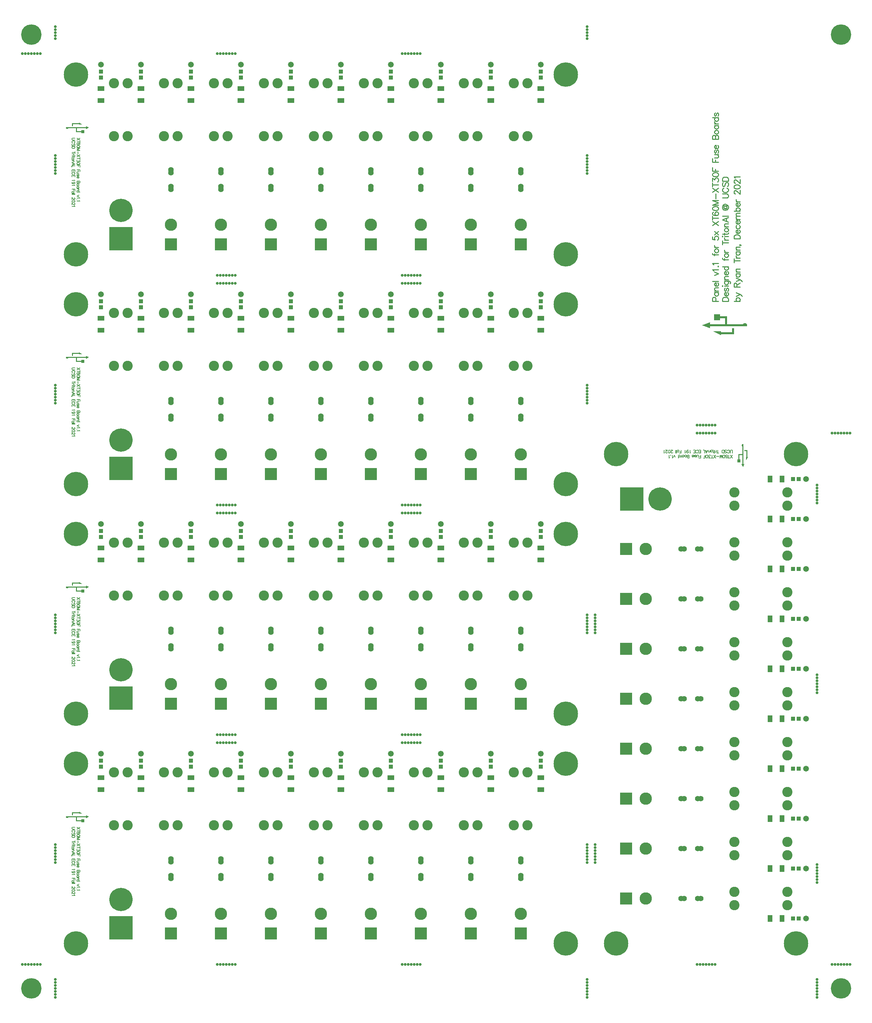
<source format=gts>
G04*
G04 #@! TF.GenerationSoftware,Altium Limited,Altium Designer,22.0.2 (36)*
G04*
G04 Layer_Color=8388736*
%FSLAX44Y44*%
%MOMM*%
G71*
G04*
G04 #@! TF.SameCoordinates,51EA9407-4672-4AB4-A77A-266F19B1D4C2*
G04*
G04*
G04 #@! TF.FilePolarity,Negative*
G04*
G01*
G75*
%ADD10C,0.2540*%
%ADD13C,0.1270*%
%ADD33R,1.7032X1.2532*%
%ADD34R,1.0032X1.0032*%
%ADD35R,1.2532X1.7032*%
%ADD36R,1.0032X1.0032*%
%ADD37C,5.2032*%
%ADD38C,0.7112*%
%ADD39C,1.4032*%
%ADD40C,3.1242*%
%ADD41C,2.6032*%
%ADD42R,3.1242X3.1242*%
%ADD43C,5.9182*%
%ADD44R,5.9182X5.9182*%
%ADD45C,6.2032*%
%ADD46C,1.4732*%
%ADD47R,3.1242X3.1242*%
%ADD48R,5.9182X5.9182*%
G36*
X168110Y2234720D02*
X159220D01*
Y2235990D01*
X143980D01*
Y2230910D01*
X141440D01*
Y2238530D01*
X159220D01*
Y2239800D01*
X168110Y2234720D01*
D02*
G37*
G36*
X184620Y2227100D02*
X177000Y2223290D01*
Y2225830D01*
X154140D01*
Y2218210D01*
X165570Y2218210D01*
Y2220750D01*
X173190D01*
Y2213130D01*
X165570D01*
Y2215670D01*
X151600Y2215670D01*
Y2225830D01*
X132550Y2225830D01*
X132549Y2225831D01*
X132337Y2225379D01*
X131677Y2224629D01*
X130833Y2224094D01*
X129874Y2223815D01*
X128875Y2223815D01*
X127916Y2224094D01*
X127073Y2224629D01*
X126412Y2225378D01*
X126200Y2225830D01*
X126200Y2228370D01*
X177000D01*
Y2230910D01*
X184620Y2227100D01*
D02*
G37*
G36*
X1788160Y1747520D02*
X1805940D01*
Y1727200D01*
X1846580D01*
X1847324Y1727944D01*
Y1727944D01*
X1847751Y1728371D01*
X1848755Y1729042D01*
X1849871Y1729504D01*
X1851056Y1729740D01*
X1852264D01*
X1853449Y1729504D01*
X1854565Y1729042D01*
X1855569Y1728371D01*
X1855996Y1727944D01*
X1856740Y1727200D01*
X1856740Y1722120D01*
X1762760D01*
Y1717040D01*
X1742440Y1724660D01*
X1762760Y1732280D01*
Y1727200D01*
X1800860D01*
Y1742440D01*
X1788160D01*
Y1737360D01*
X1772920D01*
Y1752600D01*
X1788160D01*
Y1747520D01*
D02*
G37*
G36*
X1823720Y1701800D02*
X1790700D01*
Y1699260D01*
X1770380Y1709420D01*
X1790700D01*
Y1706880D01*
X1818640D01*
Y1717040D01*
X1823720D01*
Y1701800D01*
D02*
G37*
G36*
X168110Y1650520D02*
X159220D01*
Y1651790D01*
X143980D01*
Y1646710D01*
X141440D01*
Y1654330D01*
X159220D01*
Y1655600D01*
X168110Y1650520D01*
D02*
G37*
G36*
X184620Y1642900D02*
X177000Y1639090D01*
Y1641630D01*
X154140D01*
Y1634010D01*
X165570Y1634010D01*
Y1636550D01*
X173190D01*
Y1628930D01*
X165570D01*
Y1631470D01*
X151600Y1631470D01*
Y1641630D01*
X132550Y1641630D01*
X132549Y1641631D01*
X132337Y1641179D01*
X131677Y1640429D01*
X130833Y1639894D01*
X129874Y1639615D01*
X128875Y1639615D01*
X127916Y1639894D01*
X127073Y1640429D01*
X126412Y1641178D01*
X126200Y1641630D01*
X126200Y1644170D01*
X177000D01*
Y1646710D01*
X184620Y1642900D01*
D02*
G37*
G36*
X1858010Y1389380D02*
X1859280D01*
X1854200Y1380490D01*
Y1389380D01*
X1855470D01*
Y1404620D01*
X1850390D01*
Y1407160D01*
X1858010D01*
Y1389380D01*
D02*
G37*
G36*
X1847850Y1422400D02*
Y1371600D01*
X1850390D01*
X1846580Y1363980D01*
X1842770Y1371600D01*
X1845310D01*
Y1394460D01*
X1837690D01*
X1837690Y1383030D01*
X1840230D01*
Y1375410D01*
X1832610D01*
Y1383030D01*
X1835150D01*
X1835150Y1397000D01*
X1845310D01*
X1845310Y1416050D01*
X1845311Y1416051D01*
X1844859Y1416263D01*
X1844109Y1416924D01*
X1843574Y1417767D01*
X1843295Y1418726D01*
X1843295Y1419725D01*
X1843574Y1420684D01*
X1844109Y1421527D01*
X1844858Y1422188D01*
X1845310Y1422400D01*
X1847850Y1422400D01*
D02*
G37*
G36*
X168110Y1066320D02*
X159220D01*
Y1067590D01*
X143980D01*
Y1062510D01*
X141440D01*
Y1070130D01*
X159220D01*
Y1071400D01*
X168110Y1066320D01*
D02*
G37*
G36*
X184620Y1058700D02*
X177000Y1054890D01*
Y1057430D01*
X154140D01*
Y1049810D01*
X165570Y1049810D01*
Y1052350D01*
X173190D01*
Y1044730D01*
X165570D01*
Y1047270D01*
X151600Y1047270D01*
Y1057430D01*
X132550Y1057430D01*
X132549Y1057431D01*
X132337Y1056979D01*
X131677Y1056229D01*
X130833Y1055694D01*
X129874Y1055415D01*
X128875Y1055415D01*
X127916Y1055694D01*
X127073Y1056229D01*
X126412Y1056978D01*
X126200Y1057430D01*
X126200Y1059970D01*
X177000D01*
Y1062510D01*
X184620Y1058700D01*
D02*
G37*
G36*
X168110Y482120D02*
X159220D01*
Y483390D01*
X143980D01*
Y478310D01*
X141440D01*
Y485930D01*
X159220D01*
Y487200D01*
X168110Y482120D01*
D02*
G37*
G36*
X184620Y474500D02*
X177000Y470690D01*
Y473230D01*
X154140D01*
Y465610D01*
X165570Y465610D01*
Y468150D01*
X173190D01*
Y460530D01*
X165570D01*
Y463070D01*
X151600Y463070D01*
Y473230D01*
X132550Y473230D01*
X132549Y473231D01*
X132337Y472779D01*
X131677Y472029D01*
X130833Y471494D01*
X129874Y471215D01*
X128875Y471215D01*
X127916Y471494D01*
X127073Y472029D01*
X126412Y472778D01*
X126200Y473230D01*
X126200Y475770D01*
X177000D01*
Y478310D01*
X184620Y474500D01*
D02*
G37*
D10*
X1777141Y1785620D02*
Y1792150D01*
X1776415Y1794327D01*
X1775690Y1795052D01*
X1774239Y1795778D01*
X1772062D01*
X1770611Y1795052D01*
X1769885Y1794327D01*
X1769160Y1792150D01*
Y1785620D01*
X1784397D01*
X1774239Y1807895D02*
X1784397D01*
X1776415D02*
X1774964Y1806443D01*
X1774239Y1804992D01*
Y1802816D01*
X1774964Y1801365D01*
X1776415Y1799913D01*
X1778592Y1799188D01*
X1780043D01*
X1782220Y1799913D01*
X1783671Y1801365D01*
X1784397Y1802816D01*
Y1804992D01*
X1783671Y1806443D01*
X1782220Y1807895D01*
X1774239Y1811958D02*
X1784397D01*
X1777141D02*
X1774964Y1814134D01*
X1774239Y1815586D01*
Y1817762D01*
X1774964Y1819213D01*
X1777141Y1819939D01*
X1784397D01*
X1778592Y1823929D02*
Y1832636D01*
X1777141D01*
X1775690Y1831911D01*
X1774964Y1831185D01*
X1774239Y1829734D01*
Y1827557D01*
X1774964Y1826106D01*
X1776415Y1824655D01*
X1778592Y1823929D01*
X1780043D01*
X1782220Y1824655D01*
X1783671Y1826106D01*
X1784397Y1827557D01*
Y1829734D01*
X1783671Y1831185D01*
X1782220Y1832636D01*
X1769160Y1835901D02*
X1784397D01*
X1774239Y1851065D02*
X1784397Y1855419D01*
X1774239Y1859772D02*
X1784397Y1855419D01*
X1772062Y1862239D02*
X1771336Y1863690D01*
X1769160Y1865867D01*
X1784397D01*
X1782945Y1874138D02*
X1783671Y1873413D01*
X1784397Y1874138D01*
X1783671Y1874864D01*
X1782945Y1874138D01*
X1772062Y1878201D02*
X1771336Y1879653D01*
X1769160Y1881829D01*
X1784397D01*
X1769160Y1907151D02*
Y1905700D01*
X1769885Y1904249D01*
X1772062Y1903523D01*
X1784397D01*
X1774239Y1901347D02*
Y1906426D01*
Y1912956D02*
X1774964Y1911505D01*
X1776415Y1910053D01*
X1778592Y1909328D01*
X1780043D01*
X1782220Y1910053D01*
X1783671Y1911505D01*
X1784397Y1912956D01*
Y1915132D01*
X1783671Y1916583D01*
X1782220Y1918035D01*
X1780043Y1918760D01*
X1778592D01*
X1776415Y1918035D01*
X1774964Y1916583D01*
X1774239Y1915132D01*
Y1912956D01*
Y1922098D02*
X1784397D01*
X1778592D02*
X1776415Y1922823D01*
X1774964Y1924274D01*
X1774239Y1925725D01*
Y1927902D01*
X1769160Y1949959D02*
Y1942704D01*
X1775690Y1941978D01*
X1774964Y1942704D01*
X1774239Y1944880D01*
Y1947057D01*
X1774964Y1949234D01*
X1776415Y1950685D01*
X1778592Y1951410D01*
X1780043D01*
X1782220Y1950685D01*
X1783671Y1949234D01*
X1784397Y1947057D01*
Y1944880D01*
X1783671Y1942704D01*
X1782945Y1941978D01*
X1781494Y1941252D01*
X1774239Y1954820D02*
X1784397Y1962802D01*
X1774239D02*
X1784397Y1954820D01*
X1769160Y1977966D02*
X1784397Y1988123D01*
X1769160D02*
X1784397Y1977966D01*
X1769160Y1996613D02*
X1784397D01*
X1769160Y1991534D02*
Y2001691D01*
X1771336Y2012212D02*
X1769885Y2011487D01*
X1769160Y2009310D01*
Y2007859D01*
X1769885Y2005682D01*
X1772062Y2004231D01*
X1775690Y2003505D01*
X1779318D01*
X1782220Y2004231D01*
X1783671Y2005682D01*
X1784397Y2007859D01*
Y2008584D01*
X1783671Y2010761D01*
X1782220Y2012212D01*
X1780043Y2012938D01*
X1779318D01*
X1777141Y2012212D01*
X1775690Y2010761D01*
X1774964Y2008584D01*
Y2007859D01*
X1775690Y2005682D01*
X1777141Y2004231D01*
X1779318Y2003505D01*
X1769160Y2020629D02*
X1769885Y2018452D01*
X1772062Y2017001D01*
X1775690Y2016275D01*
X1777866D01*
X1781494Y2017001D01*
X1783671Y2018452D01*
X1784397Y2020629D01*
Y2022080D01*
X1783671Y2024256D01*
X1781494Y2025708D01*
X1777866Y2026433D01*
X1775690D01*
X1772062Y2025708D01*
X1769885Y2024256D01*
X1769160Y2022080D01*
Y2020629D01*
Y2029843D02*
X1784397D01*
X1769160D02*
X1784397Y2035648D01*
X1769160Y2041452D02*
X1784397Y2035648D01*
X1769160Y2041452D02*
X1784397D01*
X1777866Y2045805D02*
Y2058866D01*
X1769160Y2063364D02*
X1784397Y2073522D01*
X1769160D02*
X1784397Y2063364D01*
X1769160Y2082011D02*
X1784397D01*
X1769160Y2076932D02*
Y2087090D01*
Y2090355D02*
Y2098336D01*
X1774964Y2093983D01*
Y2096159D01*
X1775690Y2097610D01*
X1776415Y2098336D01*
X1778592Y2099061D01*
X1780043D01*
X1782220Y2098336D01*
X1783671Y2096885D01*
X1784397Y2094708D01*
Y2092531D01*
X1783671Y2090355D01*
X1782945Y2089629D01*
X1781494Y2088904D01*
X1769160Y2106825D02*
X1769885Y2104648D01*
X1772062Y2103197D01*
X1775690Y2102472D01*
X1777866D01*
X1781494Y2103197D01*
X1783671Y2104648D01*
X1784397Y2106825D01*
Y2108276D01*
X1783671Y2110453D01*
X1781494Y2111904D01*
X1777866Y2112629D01*
X1775690D01*
X1772062Y2111904D01*
X1769885Y2110453D01*
X1769160Y2108276D01*
Y2106825D01*
Y2116039D02*
X1784397D01*
X1769160D02*
Y2125472D01*
X1776415Y2116039D02*
Y2121844D01*
X1769160Y2139185D02*
X1784397D01*
X1769160D02*
Y2148617D01*
X1776415Y2139185D02*
Y2144989D01*
X1774239Y2150358D02*
X1781494D01*
X1783671Y2151084D01*
X1784397Y2152535D01*
Y2154712D01*
X1783671Y2156163D01*
X1781494Y2158340D01*
X1774239D02*
X1784397D01*
X1776415Y2170311D02*
X1774964Y2169586D01*
X1774239Y2167409D01*
Y2165232D01*
X1774964Y2163056D01*
X1776415Y2162330D01*
X1777866Y2163056D01*
X1778592Y2164507D01*
X1779318Y2168135D01*
X1780043Y2169586D01*
X1781494Y2170311D01*
X1782220D01*
X1783671Y2169586D01*
X1784397Y2167409D01*
Y2165232D01*
X1783671Y2163056D01*
X1782220Y2162330D01*
X1778592Y2173504D02*
Y2182211D01*
X1777141D01*
X1775690Y2181485D01*
X1774964Y2180759D01*
X1774239Y2179308D01*
Y2177132D01*
X1774964Y2175681D01*
X1776415Y2174229D01*
X1778592Y2173504D01*
X1780043D01*
X1782220Y2174229D01*
X1783671Y2175681D01*
X1784397Y2177132D01*
Y2179308D01*
X1783671Y2180759D01*
X1782220Y2182211D01*
X1769160Y2197447D02*
X1784397D01*
X1769160D02*
Y2203977D01*
X1769885Y2206154D01*
X1770611Y2206879D01*
X1772062Y2207605D01*
X1773513D01*
X1774964Y2206879D01*
X1775690Y2206154D01*
X1776415Y2203977D01*
Y2197447D02*
Y2203977D01*
X1777141Y2206154D01*
X1777866Y2206879D01*
X1779318Y2207605D01*
X1781494D01*
X1782945Y2206879D01*
X1783671Y2206154D01*
X1784397Y2203977D01*
Y2197447D01*
X1774239Y2214643D02*
X1774964Y2213192D01*
X1776415Y2211741D01*
X1778592Y2211015D01*
X1780043D01*
X1782220Y2211741D01*
X1783671Y2213192D01*
X1784397Y2214643D01*
Y2216820D01*
X1783671Y2218271D01*
X1782220Y2219722D01*
X1780043Y2220448D01*
X1778592D01*
X1776415Y2219722D01*
X1774964Y2218271D01*
X1774239Y2216820D01*
Y2214643D01*
Y2232492D02*
X1784397D01*
X1776415D02*
X1774964Y2231041D01*
X1774239Y2229590D01*
Y2227413D01*
X1774964Y2225962D01*
X1776415Y2224511D01*
X1778592Y2223785D01*
X1780043D01*
X1782220Y2224511D01*
X1783671Y2225962D01*
X1784397Y2227413D01*
Y2229590D01*
X1783671Y2231041D01*
X1782220Y2232492D01*
X1774239Y2236555D02*
X1784397D01*
X1778592D02*
X1776415Y2237280D01*
X1774964Y2238732D01*
X1774239Y2240183D01*
Y2242359D01*
X1769160Y2252445D02*
X1784397D01*
X1776415D02*
X1774964Y2250993D01*
X1774239Y2249542D01*
Y2247366D01*
X1774964Y2245915D01*
X1776415Y2244464D01*
X1778592Y2243738D01*
X1780043D01*
X1782220Y2244464D01*
X1783671Y2245915D01*
X1784397Y2247366D01*
Y2249542D01*
X1783671Y2250993D01*
X1782220Y2252445D01*
X1776415Y2264489D02*
X1774964Y2263763D01*
X1774239Y2261587D01*
Y2259410D01*
X1774964Y2257233D01*
X1776415Y2256508D01*
X1777866Y2257233D01*
X1778592Y2258684D01*
X1779318Y2262312D01*
X1780043Y2263763D01*
X1781494Y2264489D01*
X1782220D01*
X1783671Y2263763D01*
X1784397Y2261587D01*
Y2259410D01*
X1783671Y2257233D01*
X1782220Y2256508D01*
X1794265Y1785620D02*
X1809502D01*
X1794265D02*
Y1790699D01*
X1794991Y1792876D01*
X1796442Y1794327D01*
X1797893Y1795052D01*
X1800070Y1795778D01*
X1803698D01*
X1805874Y1795052D01*
X1807325Y1794327D01*
X1808777Y1792876D01*
X1809502Y1790699D01*
Y1785620D01*
X1803698Y1799188D02*
Y1807895D01*
X1802247D01*
X1800795Y1807169D01*
X1800070Y1806443D01*
X1799344Y1804992D01*
Y1802816D01*
X1800070Y1801365D01*
X1801521Y1799913D01*
X1803698Y1799188D01*
X1805149D01*
X1807325Y1799913D01*
X1808777Y1801365D01*
X1809502Y1802816D01*
Y1804992D01*
X1808777Y1806443D01*
X1807325Y1807895D01*
X1801521Y1819141D02*
X1800070Y1818415D01*
X1799344Y1816239D01*
Y1814062D01*
X1800070Y1811885D01*
X1801521Y1811160D01*
X1802972Y1811885D01*
X1803698Y1813336D01*
X1804423Y1816964D01*
X1805149Y1818415D01*
X1806600Y1819141D01*
X1807325D01*
X1808777Y1818415D01*
X1809502Y1816239D01*
Y1814062D01*
X1808777Y1811885D01*
X1807325Y1811160D01*
X1794265Y1823784D02*
X1794991Y1824510D01*
X1794265Y1825235D01*
X1793540Y1824510D01*
X1794265Y1823784D01*
X1799344Y1824510D02*
X1809502D01*
X1799344Y1836627D02*
X1810953D01*
X1813130Y1835901D01*
X1813855Y1835176D01*
X1814581Y1833725D01*
Y1831548D01*
X1813855Y1830097D01*
X1801521Y1836627D02*
X1800070Y1835176D01*
X1799344Y1833725D01*
Y1831548D01*
X1800070Y1830097D01*
X1801521Y1828646D01*
X1803698Y1827920D01*
X1805149D01*
X1807325Y1828646D01*
X1808777Y1830097D01*
X1809502Y1831548D01*
Y1833725D01*
X1808777Y1835176D01*
X1807325Y1836627D01*
X1799344Y1840690D02*
X1809502D01*
X1802247D02*
X1800070Y1842867D01*
X1799344Y1844318D01*
Y1846494D01*
X1800070Y1847946D01*
X1802247Y1848671D01*
X1809502D01*
X1803698Y1852662D02*
Y1861368D01*
X1802247D01*
X1800795Y1860643D01*
X1800070Y1859917D01*
X1799344Y1858466D01*
Y1856290D01*
X1800070Y1854838D01*
X1801521Y1853387D01*
X1803698Y1852662D01*
X1805149D01*
X1807325Y1853387D01*
X1808777Y1854838D01*
X1809502Y1856290D01*
Y1858466D01*
X1808777Y1859917D01*
X1807325Y1861368D01*
X1794265Y1873340D02*
X1809502D01*
X1801521D02*
X1800070Y1871889D01*
X1799344Y1870438D01*
Y1868261D01*
X1800070Y1866810D01*
X1801521Y1865359D01*
X1803698Y1864633D01*
X1805149D01*
X1807325Y1865359D01*
X1808777Y1866810D01*
X1809502Y1868261D01*
Y1870438D01*
X1808777Y1871889D01*
X1807325Y1873340D01*
X1794265Y1895179D02*
Y1893728D01*
X1794991Y1892277D01*
X1797168Y1891552D01*
X1809502D01*
X1799344Y1889375D02*
Y1894454D01*
Y1900984D02*
X1800070Y1899533D01*
X1801521Y1898082D01*
X1803698Y1897356D01*
X1805149D01*
X1807325Y1898082D01*
X1808777Y1899533D01*
X1809502Y1900984D01*
Y1903161D01*
X1808777Y1904612D01*
X1807325Y1906063D01*
X1805149Y1906788D01*
X1803698D01*
X1801521Y1906063D01*
X1800070Y1904612D01*
X1799344Y1903161D01*
Y1900984D01*
Y1910126D02*
X1809502D01*
X1803698D02*
X1801521Y1910851D01*
X1800070Y1912303D01*
X1799344Y1913754D01*
Y1915930D01*
X1794265Y1934360D02*
X1809502D01*
X1794265Y1929281D02*
Y1939438D01*
X1799344Y1941252D02*
X1809502D01*
X1803698D02*
X1801521Y1941978D01*
X1800070Y1943429D01*
X1799344Y1944880D01*
Y1947057D01*
X1794265Y1949887D02*
X1794991Y1950612D01*
X1794265Y1951338D01*
X1793540Y1950612D01*
X1794265Y1949887D01*
X1799344Y1950612D02*
X1809502D01*
X1794265Y1956199D02*
X1806600D01*
X1808777Y1956924D01*
X1809502Y1958376D01*
Y1959827D01*
X1799344Y1954022D02*
Y1959101D01*
Y1965631D02*
X1800070Y1964180D01*
X1801521Y1962729D01*
X1803698Y1962003D01*
X1805149D01*
X1807325Y1962729D01*
X1808777Y1964180D01*
X1809502Y1965631D01*
Y1967808D01*
X1808777Y1969259D01*
X1807325Y1970710D01*
X1805149Y1971436D01*
X1803698D01*
X1801521Y1970710D01*
X1800070Y1969259D01*
X1799344Y1967808D01*
Y1965631D01*
Y1974773D02*
X1809502D01*
X1802247D02*
X1800070Y1976950D01*
X1799344Y1978401D01*
Y1980578D01*
X1800070Y1982029D01*
X1802247Y1982754D01*
X1809502D01*
Y1998354D02*
X1794265Y1992549D01*
X1809502Y1986745D01*
X1804423Y1988922D02*
Y1996177D01*
X1794265Y2001909D02*
X1809502D01*
X1800070Y2027957D02*
X1798619Y2027231D01*
X1797893Y2025780D01*
Y2023603D01*
X1798619Y2022152D01*
X1799344Y2021427D01*
X1801521Y2020701D01*
X1803698D01*
X1805149Y2021427D01*
X1805874Y2022878D01*
Y2025054D01*
X1805149Y2026506D01*
X1803698Y2027231D01*
X1797893Y2023603D02*
X1799344Y2022152D01*
X1801521Y2021427D01*
X1803698D01*
X1805149Y2022152D01*
X1805874Y2022878D01*
X1797893Y2027957D02*
X1803698Y2027231D01*
X1805149D01*
X1805874Y2028682D01*
Y2030133D01*
X1804423Y2031584D01*
X1802247Y2032310D01*
X1800795D01*
X1798619Y2031584D01*
X1797168Y2030859D01*
X1795717Y2029408D01*
X1794991Y2027957D01*
X1794265Y2025780D01*
Y2023603D01*
X1794991Y2021427D01*
X1795717Y2019975D01*
X1797168Y2018524D01*
X1798619Y2017799D01*
X1800795Y2017073D01*
X1802972D01*
X1805149Y2017799D01*
X1806600Y2018524D01*
X1808051Y2019975D01*
X1808777Y2021427D01*
X1809502Y2023603D01*
Y2025780D01*
X1808777Y2027957D01*
X1808051Y2029408D01*
X1807325Y2030133D01*
X1797893Y2028682D02*
X1803698Y2027957D01*
X1805149D01*
X1805874Y2028682D01*
X1794265Y2048200D02*
X1805149D01*
X1807325Y2048925D01*
X1808777Y2050376D01*
X1809502Y2052553D01*
Y2054004D01*
X1808777Y2056181D01*
X1807325Y2057632D01*
X1805149Y2058358D01*
X1794265D01*
X1797893Y2073449D02*
X1796442Y2072724D01*
X1794991Y2071273D01*
X1794265Y2069821D01*
Y2066919D01*
X1794991Y2065468D01*
X1796442Y2064017D01*
X1797893Y2063291D01*
X1800070Y2062566D01*
X1803698D01*
X1805874Y2063291D01*
X1807325Y2064017D01*
X1808777Y2065468D01*
X1809502Y2066919D01*
Y2069821D01*
X1808777Y2071273D01*
X1807325Y2072724D01*
X1805874Y2073449D01*
X1796442Y2087888D02*
X1794991Y2086437D01*
X1794265Y2084260D01*
Y2081358D01*
X1794991Y2079181D01*
X1796442Y2077730D01*
X1797893D01*
X1799344Y2078456D01*
X1800070Y2079181D01*
X1800795Y2080632D01*
X1802247Y2084986D01*
X1802972Y2086437D01*
X1803698Y2087162D01*
X1805149Y2087888D01*
X1807325D01*
X1808777Y2086437D01*
X1809502Y2084260D01*
Y2081358D01*
X1808777Y2079181D01*
X1807325Y2077730D01*
X1794265Y2091298D02*
X1809502D01*
X1794265D02*
Y2096377D01*
X1794991Y2098554D01*
X1796442Y2100005D01*
X1797893Y2100730D01*
X1800070Y2101456D01*
X1803698D01*
X1805874Y2100730D01*
X1807325Y2100005D01*
X1808777Y2098554D01*
X1809502Y2096377D01*
Y2091298D01*
X1823724Y1785620D02*
X1838961D01*
X1830980D02*
X1829529Y1787071D01*
X1828803Y1788522D01*
Y1790699D01*
X1829529Y1792150D01*
X1830980Y1793601D01*
X1833157Y1794327D01*
X1834608D01*
X1836784Y1793601D01*
X1838235Y1792150D01*
X1838961Y1790699D01*
Y1788522D01*
X1838235Y1787071D01*
X1836784Y1785620D01*
X1828803Y1798317D02*
X1838961Y1802671D01*
X1828803Y1807024D02*
X1838961Y1802671D01*
X1841863Y1801219D01*
X1843314Y1799768D01*
X1844040Y1798317D01*
Y1797592D01*
X1823724Y1821535D02*
X1838961D01*
X1823724D02*
Y1828065D01*
X1824450Y1830242D01*
X1825175Y1830968D01*
X1826627Y1831693D01*
X1828078D01*
X1829529Y1830968D01*
X1830254Y1830242D01*
X1830980Y1828065D01*
Y1821535D01*
Y1826614D02*
X1838961Y1831693D01*
X1828803Y1835829D02*
X1838961Y1840182D01*
X1828803Y1844535D02*
X1838961Y1840182D01*
X1841863Y1838731D01*
X1843314Y1837280D01*
X1844040Y1835829D01*
Y1835103D01*
X1828803Y1855782D02*
X1838961D01*
X1830980D02*
X1829529Y1854330D01*
X1828803Y1852879D01*
Y1850703D01*
X1829529Y1849252D01*
X1830980Y1847800D01*
X1833157Y1847075D01*
X1834608D01*
X1836784Y1847800D01*
X1838235Y1849252D01*
X1838961Y1850703D01*
Y1852879D01*
X1838235Y1854330D01*
X1836784Y1855782D01*
X1828803Y1859845D02*
X1838961D01*
X1831705D02*
X1829529Y1862021D01*
X1828803Y1863472D01*
Y1865649D01*
X1829529Y1867100D01*
X1831705Y1867826D01*
X1838961D01*
X1823724Y1888867D02*
X1838961D01*
X1823724Y1883788D02*
Y1893946D01*
X1828803Y1895760D02*
X1838961D01*
X1833157D02*
X1830980Y1896485D01*
X1829529Y1897937D01*
X1828803Y1899388D01*
Y1901564D01*
Y1911650D02*
X1838961D01*
X1830980D02*
X1829529Y1910199D01*
X1828803Y1908747D01*
Y1906571D01*
X1829529Y1905120D01*
X1830980Y1903669D01*
X1833157Y1902943D01*
X1834608D01*
X1836784Y1903669D01*
X1838235Y1905120D01*
X1838961Y1906571D01*
Y1908747D01*
X1838235Y1910199D01*
X1836784Y1911650D01*
X1828803Y1915713D02*
X1838961D01*
X1831705D02*
X1829529Y1917889D01*
X1828803Y1919341D01*
Y1921517D01*
X1829529Y1922968D01*
X1831705Y1923694D01*
X1838961D01*
X1838235Y1929136D02*
X1838961Y1928410D01*
X1838235Y1927684D01*
X1837510Y1928410D01*
X1838235Y1929136D01*
X1839687D01*
X1841138Y1928410D01*
X1841863Y1927684D01*
X1823724Y1944445D02*
X1838961D01*
X1823724D02*
Y1949524D01*
X1824450Y1951700D01*
X1825901Y1953152D01*
X1827352Y1953877D01*
X1829529Y1954603D01*
X1833157D01*
X1835333Y1953877D01*
X1836784Y1953152D01*
X1838235Y1951700D01*
X1838961Y1949524D01*
Y1944445D01*
X1833157Y1958013D02*
Y1966720D01*
X1831705D01*
X1830254Y1965994D01*
X1829529Y1965268D01*
X1828803Y1963817D01*
Y1961641D01*
X1829529Y1960190D01*
X1830980Y1958738D01*
X1833157Y1958013D01*
X1834608D01*
X1836784Y1958738D01*
X1838235Y1960190D01*
X1838961Y1961641D01*
Y1963817D01*
X1838235Y1965268D01*
X1836784Y1966720D01*
X1830980Y1978691D02*
X1829529Y1977240D01*
X1828803Y1975789D01*
Y1973612D01*
X1829529Y1972161D01*
X1830980Y1970710D01*
X1833157Y1969985D01*
X1834608D01*
X1836784Y1970710D01*
X1838235Y1972161D01*
X1838961Y1973612D01*
Y1975789D01*
X1838235Y1977240D01*
X1836784Y1978691D01*
X1833157Y1981956D02*
Y1990663D01*
X1831705D01*
X1830254Y1989937D01*
X1829529Y1989212D01*
X1828803Y1987761D01*
Y1985584D01*
X1829529Y1984133D01*
X1830980Y1982682D01*
X1833157Y1981956D01*
X1834608D01*
X1836784Y1982682D01*
X1838235Y1984133D01*
X1838961Y1985584D01*
Y1987761D01*
X1838235Y1989212D01*
X1836784Y1990663D01*
X1828803Y1993928D02*
X1838961D01*
X1831705D02*
X1829529Y1996105D01*
X1828803Y1997556D01*
Y1999733D01*
X1829529Y2001184D01*
X1831705Y2001909D01*
X1838961D01*
X1831705D02*
X1829529Y2004086D01*
X1828803Y2005537D01*
Y2007714D01*
X1829529Y2009165D01*
X1831705Y2009890D01*
X1838961D01*
X1823724Y2014679D02*
X1838961D01*
X1830980D02*
X1829529Y2016130D01*
X1828803Y2017581D01*
Y2019758D01*
X1829529Y2021209D01*
X1830980Y2022660D01*
X1833157Y2023386D01*
X1834608D01*
X1836784Y2022660D01*
X1838235Y2021209D01*
X1838961Y2019758D01*
Y2017581D01*
X1838235Y2016130D01*
X1836784Y2014679D01*
X1833157Y2026651D02*
Y2035358D01*
X1831705D01*
X1830254Y2034632D01*
X1829529Y2033906D01*
X1828803Y2032455D01*
Y2030279D01*
X1829529Y2028827D01*
X1830980Y2027376D01*
X1833157Y2026651D01*
X1834608D01*
X1836784Y2027376D01*
X1838235Y2028827D01*
X1838961Y2030279D01*
Y2032455D01*
X1838235Y2033906D01*
X1836784Y2035358D01*
X1828803Y2038622D02*
X1838961D01*
X1833157D02*
X1830980Y2039348D01*
X1829529Y2040799D01*
X1828803Y2042250D01*
Y2044427D01*
X1827352Y2058503D02*
X1826627D01*
X1825175Y2059228D01*
X1824450Y2059954D01*
X1823724Y2061405D01*
Y2064307D01*
X1824450Y2065758D01*
X1825175Y2066484D01*
X1826627Y2067209D01*
X1828078D01*
X1829529Y2066484D01*
X1831705Y2065033D01*
X1838961Y2057777D01*
Y2067935D01*
X1823724Y2075699D02*
X1824450Y2073522D01*
X1826627Y2072071D01*
X1830254Y2071345D01*
X1832431D01*
X1836059Y2072071D01*
X1838235Y2073522D01*
X1838961Y2075699D01*
Y2077150D01*
X1838235Y2079326D01*
X1836059Y2080777D01*
X1832431Y2081503D01*
X1830254D01*
X1826627Y2080777D01*
X1824450Y2079326D01*
X1823724Y2077150D01*
Y2075699D01*
X1827352Y2085639D02*
X1826627D01*
X1825175Y2086364D01*
X1824450Y2087090D01*
X1823724Y2088541D01*
Y2091443D01*
X1824450Y2092894D01*
X1825175Y2093620D01*
X1826627Y2094345D01*
X1828078D01*
X1829529Y2093620D01*
X1831705Y2092169D01*
X1838961Y2084913D01*
Y2095071D01*
X1826627Y2098481D02*
X1825901Y2099932D01*
X1823724Y2102109D01*
X1838961D01*
D13*
X161792Y447830D02*
X154174Y442751D01*
X161792D02*
X154174Y447830D01*
X161792Y438507D02*
X154174D01*
X161792Y441046D02*
Y435967D01*
X160704Y430707D02*
X161430Y431070D01*
X161792Y432158D01*
Y432883D01*
X161430Y433972D01*
X160341Y434697D01*
X158527Y435060D01*
X156713D01*
X155262Y434697D01*
X154537Y433972D01*
X154174Y432883D01*
Y432521D01*
X154537Y431432D01*
X155262Y430707D01*
X156351Y430344D01*
X156713D01*
X157802Y430707D01*
X158527Y431432D01*
X158890Y432521D01*
Y432883D01*
X158527Y433972D01*
X157802Y434697D01*
X156713Y435060D01*
X161792Y426499D02*
X161430Y427587D01*
X160341Y428312D01*
X158527Y428675D01*
X157439D01*
X155625Y428312D01*
X154537Y427587D01*
X154174Y426499D01*
Y425773D01*
X154537Y424685D01*
X155625Y423959D01*
X157439Y423596D01*
X158527D01*
X160341Y423959D01*
X161430Y424685D01*
X161792Y425773D01*
Y426499D01*
Y421891D02*
X154174D01*
X161792D02*
X154174Y418989D01*
X161792Y416087D02*
X154174Y418989D01*
X161792Y416087D02*
X154174D01*
X157439Y413910D02*
Y407380D01*
X161792Y405131D02*
X154174Y400052D01*
X161792D02*
X154174Y405131D01*
X161792Y395807D02*
X154174D01*
X161792Y398347D02*
Y393268D01*
Y391636D02*
Y387645D01*
X158890Y389822D01*
Y388733D01*
X158527Y388008D01*
X158165Y387645D01*
X157076Y387282D01*
X156351D01*
X155262Y387645D01*
X154537Y388370D01*
X154174Y389459D01*
Y390547D01*
X154537Y391636D01*
X154900Y391998D01*
X155625Y392361D01*
X161792Y383400D02*
X161430Y384489D01*
X160341Y385214D01*
X158527Y385577D01*
X157439D01*
X155625Y385214D01*
X154537Y384489D01*
X154174Y383400D01*
Y382675D01*
X154537Y381586D01*
X155625Y380861D01*
X157439Y380498D01*
X158527D01*
X160341Y380861D01*
X161430Y381586D01*
X161792Y382675D01*
Y383400D01*
Y378793D02*
X154174D01*
X161792D02*
Y374077D01*
X158165Y378793D02*
Y375891D01*
X161792Y367220D02*
X154174D01*
X161792D02*
Y362504D01*
X158165Y367220D02*
Y364318D01*
X159253Y361634D02*
X155625D01*
X154537Y361271D01*
X154174Y360545D01*
Y359457D01*
X154537Y358731D01*
X155625Y357643D01*
X159253D02*
X154174D01*
X158165Y351657D02*
X158890Y352020D01*
X159253Y353108D01*
Y354197D01*
X158890Y355285D01*
X158165Y355648D01*
X157439Y355285D01*
X157076Y354559D01*
X156713Y352746D01*
X156351Y352020D01*
X155625Y351657D01*
X155262D01*
X154537Y352020D01*
X154174Y353108D01*
Y354197D01*
X154537Y355285D01*
X155262Y355648D01*
X157076Y350061D02*
Y345708D01*
X157802D01*
X158527Y346070D01*
X158890Y346433D01*
X159253Y347159D01*
Y348247D01*
X158890Y348973D01*
X158165Y349698D01*
X157076Y350061D01*
X156351D01*
X155262Y349698D01*
X154537Y348973D01*
X154174Y348247D01*
Y347159D01*
X154537Y346433D01*
X155262Y345708D01*
X161792Y338089D02*
X154174D01*
X161792D02*
Y334824D01*
X161430Y333736D01*
X161067Y333373D01*
X160341Y333010D01*
X159616D01*
X158890Y333373D01*
X158527Y333736D01*
X158165Y334824D01*
Y338089D02*
Y334824D01*
X157802Y333736D01*
X157439Y333373D01*
X156713Y333010D01*
X155625D01*
X154900Y333373D01*
X154537Y333736D01*
X154174Y334824D01*
Y338089D01*
X159253Y329491D02*
X158890Y330217D01*
X158165Y330942D01*
X157076Y331305D01*
X156351D01*
X155262Y330942D01*
X154537Y330217D01*
X154174Y329491D01*
Y328403D01*
X154537Y327677D01*
X155262Y326952D01*
X156351Y326589D01*
X157076D01*
X158165Y326952D01*
X158890Y327677D01*
X159253Y328403D01*
Y329491D01*
Y320567D02*
X154174D01*
X158165D02*
X158890Y321292D01*
X159253Y322018D01*
Y323106D01*
X158890Y323832D01*
X158165Y324557D01*
X157076Y324920D01*
X156351D01*
X155262Y324557D01*
X154537Y323832D01*
X154174Y323106D01*
Y322018D01*
X154537Y321292D01*
X155262Y320567D01*
X159253Y318535D02*
X154174D01*
X157076D02*
X158165Y318172D01*
X158890Y317447D01*
X159253Y316721D01*
Y315633D01*
X161792Y310590D02*
X154174D01*
X158165D02*
X158890Y311316D01*
X159253Y312042D01*
Y313130D01*
X158890Y313855D01*
X158165Y314581D01*
X157076Y314944D01*
X156351D01*
X155262Y314581D01*
X154537Y313855D01*
X154174Y313130D01*
Y312042D01*
X154537Y311316D01*
X155262Y310590D01*
X159253Y302573D02*
X154174Y300396D01*
X159253Y298220D02*
X154174Y300396D01*
X160341Y296986D02*
X160704Y296261D01*
X161792Y295172D01*
X154174D01*
X154900Y291037D02*
X154537Y291399D01*
X154174Y291037D01*
X154537Y290674D01*
X154900Y291037D01*
X160341Y289005D02*
X160704Y288279D01*
X161792Y287191D01*
X154174D01*
X149240Y447830D02*
X143798D01*
X142710Y447467D01*
X141984Y446742D01*
X141621Y445653D01*
Y444928D01*
X141984Y443839D01*
X142710Y443114D01*
X143798Y442751D01*
X149240D01*
X147426Y435205D02*
X148151Y435568D01*
X148877Y436294D01*
X149240Y437019D01*
Y438470D01*
X148877Y439196D01*
X148151Y439921D01*
X147426Y440284D01*
X146337Y440647D01*
X144523D01*
X143435Y440284D01*
X142710Y439921D01*
X141984Y439196D01*
X141621Y438470D01*
Y437019D01*
X141984Y436294D01*
X142710Y435568D01*
X143435Y435205D01*
X148151Y427986D02*
X148877Y428712D01*
X149240Y429800D01*
Y431251D01*
X148877Y432339D01*
X148151Y433065D01*
X147426D01*
X146700Y432702D01*
X146337Y432339D01*
X145975Y431614D01*
X145249Y429437D01*
X144886Y428712D01*
X144523Y428349D01*
X143798Y427986D01*
X142710D01*
X141984Y428712D01*
X141621Y429800D01*
Y431251D01*
X141984Y432339D01*
X142710Y433065D01*
X149240Y426281D02*
X141621D01*
X149240D02*
Y423741D01*
X148877Y422653D01*
X148151Y421928D01*
X147426Y421565D01*
X146337Y421202D01*
X144523D01*
X143435Y421565D01*
X142710Y421928D01*
X141984Y422653D01*
X141621Y423741D01*
Y426281D01*
X149240Y410972D02*
X141621D01*
X149240Y413511D02*
Y408432D01*
X146700Y407525D02*
X141621D01*
X144523D02*
X145612Y407162D01*
X146337Y406437D01*
X146700Y405711D01*
Y404623D01*
X149240Y403208D02*
X148877Y402845D01*
X149240Y402483D01*
X149602Y402845D01*
X149240Y403208D01*
X146700Y402845D02*
X141621D01*
X149240Y400052D02*
X143072D01*
X141984Y399689D01*
X141621Y398964D01*
Y398238D01*
X146700Y401140D02*
Y398601D01*
Y395336D02*
X146337Y396061D01*
X145612Y396787D01*
X144523Y397150D01*
X143798D01*
X142710Y396787D01*
X141984Y396061D01*
X141621Y395336D01*
Y394248D01*
X141984Y393522D01*
X142710Y392796D01*
X143798Y392434D01*
X144523D01*
X145612Y392796D01*
X146337Y393522D01*
X146700Y394248D01*
Y395336D01*
Y390765D02*
X141621D01*
X145249D02*
X146337Y389677D01*
X146700Y388951D01*
Y387863D01*
X146337Y387137D01*
X145249Y386774D01*
X141621D01*
Y378974D02*
X149240Y381877D01*
X141621Y384779D01*
X144161Y383691D02*
Y380063D01*
X149240Y377197D02*
X141621D01*
X141984Y374875D02*
X141621Y375238D01*
X141984Y375601D01*
X142347Y375238D01*
X141984Y374875D01*
X141258D01*
X140533Y375238D01*
X140170Y375601D01*
X149240Y362504D02*
Y367220D01*
X141621D01*
Y362504D01*
X145612Y367220D02*
Y364318D01*
X147426Y355793D02*
X148151Y356156D01*
X148877Y356881D01*
X149240Y357607D01*
Y359058D01*
X148877Y359783D01*
X148151Y360509D01*
X147426Y360872D01*
X146337Y361235D01*
X144523D01*
X143435Y360872D01*
X142710Y360509D01*
X141984Y359783D01*
X141621Y359058D01*
Y357607D01*
X141984Y356881D01*
X142710Y356156D01*
X143435Y355793D01*
X149240Y348936D02*
Y353652D01*
X141621D01*
Y348936D01*
X145612Y353652D02*
Y350750D01*
X147788Y341681D02*
X148151Y340955D01*
X149240Y339867D01*
X141621D01*
X146700Y331378D02*
X145612Y331741D01*
X144886Y332466D01*
X144523Y333554D01*
Y333917D01*
X144886Y335006D01*
X145612Y335731D01*
X146700Y336094D01*
X147063D01*
X148151Y335731D01*
X148877Y335006D01*
X149240Y333917D01*
Y333554D01*
X148877Y332466D01*
X148151Y331741D01*
X146700Y331378D01*
X144886D01*
X143072Y331741D01*
X141984Y332466D01*
X141621Y333554D01*
Y334280D01*
X141984Y335368D01*
X142710Y335731D01*
X147788Y329310D02*
X148151Y328584D01*
X149240Y327496D01*
X141621D01*
X149240Y317737D02*
X141621D01*
X149240D02*
Y313021D01*
X145612Y317737D02*
Y314835D01*
X146700Y307797D02*
X141621D01*
X145612D02*
X146337Y308523D01*
X146700Y309248D01*
Y310337D01*
X146337Y311062D01*
X145612Y311788D01*
X144523Y312150D01*
X143798D01*
X142710Y311788D01*
X141984Y311062D01*
X141621Y310337D01*
Y309248D01*
X141984Y308523D01*
X142710Y307797D01*
X149240Y305765D02*
X141621D01*
X149240Y304169D02*
X141621D01*
X147426Y296224D02*
X147788D01*
X148514Y295862D01*
X148877Y295499D01*
X149240Y294773D01*
Y293322D01*
X148877Y292597D01*
X148514Y292234D01*
X147788Y291871D01*
X147063D01*
X146337Y292234D01*
X145249Y292959D01*
X141621Y296587D01*
Y291508D01*
X149240Y287626D02*
X148877Y288715D01*
X147788Y289440D01*
X145975Y289803D01*
X144886D01*
X143072Y289440D01*
X141984Y288715D01*
X141621Y287626D01*
Y286901D01*
X141984Y285813D01*
X143072Y285087D01*
X144886Y284724D01*
X145975D01*
X147788Y285087D01*
X148877Y285813D01*
X149240Y286901D01*
Y287626D01*
X147426Y282656D02*
X147788D01*
X148514Y282294D01*
X148877Y281931D01*
X149240Y281205D01*
Y279754D01*
X148877Y279029D01*
X148514Y278666D01*
X147788Y278303D01*
X147063D01*
X146337Y278666D01*
X145249Y279391D01*
X141621Y283019D01*
Y277940D01*
X147788Y276235D02*
X148151Y275510D01*
X149240Y274421D01*
X141621D01*
X161792Y1032030D02*
X154174Y1026951D01*
X161792D02*
X154174Y1032030D01*
X161792Y1022707D02*
X154174D01*
X161792Y1025246D02*
Y1020167D01*
X160704Y1014907D02*
X161430Y1015270D01*
X161792Y1016358D01*
Y1017084D01*
X161430Y1018172D01*
X160341Y1018897D01*
X158527Y1019260D01*
X156713D01*
X155262Y1018897D01*
X154537Y1018172D01*
X154174Y1017084D01*
Y1016721D01*
X154537Y1015632D01*
X155262Y1014907D01*
X156351Y1014544D01*
X156713D01*
X157802Y1014907D01*
X158527Y1015632D01*
X158890Y1016721D01*
Y1017084D01*
X158527Y1018172D01*
X157802Y1018897D01*
X156713Y1019260D01*
X161792Y1010699D02*
X161430Y1011787D01*
X160341Y1012513D01*
X158527Y1012875D01*
X157439D01*
X155625Y1012513D01*
X154537Y1011787D01*
X154174Y1010699D01*
Y1009973D01*
X154537Y1008885D01*
X155625Y1008159D01*
X157439Y1007796D01*
X158527D01*
X160341Y1008159D01*
X161430Y1008885D01*
X161792Y1009973D01*
Y1010699D01*
Y1006091D02*
X154174D01*
X161792D02*
X154174Y1003189D01*
X161792Y1000287D02*
X154174Y1003189D01*
X161792Y1000287D02*
X154174D01*
X157439Y998110D02*
Y991580D01*
X161792Y989331D02*
X154174Y984252D01*
X161792D02*
X154174Y989331D01*
X161792Y980007D02*
X154174D01*
X161792Y982547D02*
Y977468D01*
Y975835D02*
Y971845D01*
X158890Y974022D01*
Y972933D01*
X158527Y972208D01*
X158165Y971845D01*
X157076Y971482D01*
X156351D01*
X155262Y971845D01*
X154537Y972570D01*
X154174Y973659D01*
Y974747D01*
X154537Y975835D01*
X154900Y976198D01*
X155625Y976561D01*
X161792Y967600D02*
X161430Y968689D01*
X160341Y969414D01*
X158527Y969777D01*
X157439D01*
X155625Y969414D01*
X154537Y968689D01*
X154174Y967600D01*
Y966875D01*
X154537Y965787D01*
X155625Y965061D01*
X157439Y964698D01*
X158527D01*
X160341Y965061D01*
X161430Y965787D01*
X161792Y966875D01*
Y967600D01*
Y962993D02*
X154174D01*
X161792D02*
Y958277D01*
X158165Y962993D02*
Y960091D01*
X161792Y951420D02*
X154174D01*
X161792D02*
Y946704D01*
X158165Y951420D02*
Y948518D01*
X159253Y945834D02*
X155625D01*
X154537Y945471D01*
X154174Y944745D01*
Y943657D01*
X154537Y942931D01*
X155625Y941843D01*
X159253D02*
X154174D01*
X158165Y935857D02*
X158890Y936220D01*
X159253Y937308D01*
Y938397D01*
X158890Y939485D01*
X158165Y939848D01*
X157439Y939485D01*
X157076Y938759D01*
X156713Y936945D01*
X156351Y936220D01*
X155625Y935857D01*
X155262D01*
X154537Y936220D01*
X154174Y937308D01*
Y938397D01*
X154537Y939485D01*
X155262Y939848D01*
X157076Y934261D02*
Y929908D01*
X157802D01*
X158527Y930270D01*
X158890Y930633D01*
X159253Y931359D01*
Y932447D01*
X158890Y933173D01*
X158165Y933898D01*
X157076Y934261D01*
X156351D01*
X155262Y933898D01*
X154537Y933173D01*
X154174Y932447D01*
Y931359D01*
X154537Y930633D01*
X155262Y929908D01*
X161792Y922289D02*
X154174D01*
X161792D02*
Y919024D01*
X161430Y917936D01*
X161067Y917573D01*
X160341Y917210D01*
X159616D01*
X158890Y917573D01*
X158527Y917936D01*
X158165Y919024D01*
Y922289D02*
Y919024D01*
X157802Y917936D01*
X157439Y917573D01*
X156713Y917210D01*
X155625D01*
X154900Y917573D01*
X154537Y917936D01*
X154174Y919024D01*
Y922289D01*
X159253Y913691D02*
X158890Y914417D01*
X158165Y915142D01*
X157076Y915505D01*
X156351D01*
X155262Y915142D01*
X154537Y914417D01*
X154174Y913691D01*
Y912603D01*
X154537Y911877D01*
X155262Y911152D01*
X156351Y910789D01*
X157076D01*
X158165Y911152D01*
X158890Y911877D01*
X159253Y912603D01*
Y913691D01*
Y904767D02*
X154174D01*
X158165D02*
X158890Y905492D01*
X159253Y906218D01*
Y907306D01*
X158890Y908032D01*
X158165Y908757D01*
X157076Y909120D01*
X156351D01*
X155262Y908757D01*
X154537Y908032D01*
X154174Y907306D01*
Y906218D01*
X154537Y905492D01*
X155262Y904767D01*
X159253Y902735D02*
X154174D01*
X157076D02*
X158165Y902373D01*
X158890Y901647D01*
X159253Y900921D01*
Y899833D01*
X161792Y894790D02*
X154174D01*
X158165D02*
X158890Y895516D01*
X159253Y896242D01*
Y897330D01*
X158890Y898055D01*
X158165Y898781D01*
X157076Y899144D01*
X156351D01*
X155262Y898781D01*
X154537Y898055D01*
X154174Y897330D01*
Y896242D01*
X154537Y895516D01*
X155262Y894790D01*
X159253Y886773D02*
X154174Y884596D01*
X159253Y882420D02*
X154174Y884596D01*
X160341Y881186D02*
X160704Y880461D01*
X161792Y879372D01*
X154174D01*
X154900Y875237D02*
X154537Y875599D01*
X154174Y875237D01*
X154537Y874874D01*
X154900Y875237D01*
X160341Y873205D02*
X160704Y872479D01*
X161792Y871391D01*
X154174D01*
X149240Y1032030D02*
X143798D01*
X142710Y1031667D01*
X141984Y1030942D01*
X141621Y1029853D01*
Y1029128D01*
X141984Y1028039D01*
X142710Y1027314D01*
X143798Y1026951D01*
X149240D01*
X147426Y1019405D02*
X148151Y1019768D01*
X148877Y1020494D01*
X149240Y1021219D01*
Y1022670D01*
X148877Y1023396D01*
X148151Y1024121D01*
X147426Y1024484D01*
X146337Y1024847D01*
X144523D01*
X143435Y1024484D01*
X142710Y1024121D01*
X141984Y1023396D01*
X141621Y1022670D01*
Y1021219D01*
X141984Y1020494D01*
X142710Y1019768D01*
X143435Y1019405D01*
X148151Y1012186D02*
X148877Y1012912D01*
X149240Y1014000D01*
Y1015451D01*
X148877Y1016539D01*
X148151Y1017265D01*
X147426D01*
X146700Y1016902D01*
X146337Y1016539D01*
X145975Y1015814D01*
X145249Y1013637D01*
X144886Y1012912D01*
X144523Y1012549D01*
X143798Y1012186D01*
X142710D01*
X141984Y1012912D01*
X141621Y1014000D01*
Y1015451D01*
X141984Y1016539D01*
X142710Y1017265D01*
X149240Y1010481D02*
X141621D01*
X149240D02*
Y1007941D01*
X148877Y1006853D01*
X148151Y1006128D01*
X147426Y1005765D01*
X146337Y1005402D01*
X144523D01*
X143435Y1005765D01*
X142710Y1006128D01*
X141984Y1006853D01*
X141621Y1007941D01*
Y1010481D01*
X149240Y995172D02*
X141621D01*
X149240Y997711D02*
Y992632D01*
X146700Y991725D02*
X141621D01*
X144523D02*
X145612Y991362D01*
X146337Y990637D01*
X146700Y989911D01*
Y988823D01*
X149240Y987408D02*
X148877Y987045D01*
X149240Y986683D01*
X149602Y987045D01*
X149240Y987408D01*
X146700Y987045D02*
X141621D01*
X149240Y984252D02*
X143072D01*
X141984Y983889D01*
X141621Y983164D01*
Y982438D01*
X146700Y985340D02*
Y982801D01*
Y979536D02*
X146337Y980261D01*
X145612Y980987D01*
X144523Y981350D01*
X143798D01*
X142710Y980987D01*
X141984Y980261D01*
X141621Y979536D01*
Y978447D01*
X141984Y977722D01*
X142710Y976996D01*
X143798Y976634D01*
X144523D01*
X145612Y976996D01*
X146337Y977722D01*
X146700Y978447D01*
Y979536D01*
Y974965D02*
X141621D01*
X145249D02*
X146337Y973876D01*
X146700Y973151D01*
Y972063D01*
X146337Y971337D01*
X145249Y970974D01*
X141621D01*
Y963175D02*
X149240Y966077D01*
X141621Y968979D01*
X144161Y967891D02*
Y964263D01*
X149240Y961397D02*
X141621D01*
X141984Y959075D02*
X141621Y959438D01*
X141984Y959801D01*
X142347Y959438D01*
X141984Y959075D01*
X141258D01*
X140533Y959438D01*
X140170Y959801D01*
X149240Y946704D02*
Y951420D01*
X141621D01*
Y946704D01*
X145612Y951420D02*
Y948518D01*
X147426Y939993D02*
X148151Y940356D01*
X148877Y941081D01*
X149240Y941807D01*
Y943258D01*
X148877Y943983D01*
X148151Y944709D01*
X147426Y945072D01*
X146337Y945434D01*
X144523D01*
X143435Y945072D01*
X142710Y944709D01*
X141984Y943983D01*
X141621Y943258D01*
Y941807D01*
X141984Y941081D01*
X142710Y940356D01*
X143435Y939993D01*
X149240Y933136D02*
Y937852D01*
X141621D01*
Y933136D01*
X145612Y937852D02*
Y934950D01*
X147788Y925881D02*
X148151Y925155D01*
X149240Y924067D01*
X141621D01*
X146700Y915578D02*
X145612Y915941D01*
X144886Y916666D01*
X144523Y917755D01*
Y918117D01*
X144886Y919206D01*
X145612Y919931D01*
X146700Y920294D01*
X147063D01*
X148151Y919931D01*
X148877Y919206D01*
X149240Y918117D01*
Y917755D01*
X148877Y916666D01*
X148151Y915941D01*
X146700Y915578D01*
X144886D01*
X143072Y915941D01*
X141984Y916666D01*
X141621Y917755D01*
Y918480D01*
X141984Y919568D01*
X142710Y919931D01*
X147788Y913510D02*
X148151Y912784D01*
X149240Y911696D01*
X141621D01*
X149240Y901937D02*
X141621D01*
X149240D02*
Y897221D01*
X145612Y901937D02*
Y899035D01*
X146700Y891997D02*
X141621D01*
X145612D02*
X146337Y892723D01*
X146700Y893448D01*
Y894537D01*
X146337Y895262D01*
X145612Y895988D01*
X144523Y896350D01*
X143798D01*
X142710Y895988D01*
X141984Y895262D01*
X141621Y894537D01*
Y893448D01*
X141984Y892723D01*
X142710Y891997D01*
X149240Y889966D02*
X141621D01*
X149240Y888369D02*
X141621D01*
X147426Y880424D02*
X147788D01*
X148514Y880062D01*
X148877Y879699D01*
X149240Y878973D01*
Y877522D01*
X148877Y876797D01*
X148514Y876434D01*
X147788Y876071D01*
X147063D01*
X146337Y876434D01*
X145249Y877159D01*
X141621Y880787D01*
Y875708D01*
X149240Y871826D02*
X148877Y872915D01*
X147788Y873640D01*
X145975Y874003D01*
X144886D01*
X143072Y873640D01*
X141984Y872915D01*
X141621Y871826D01*
Y871101D01*
X141984Y870013D01*
X143072Y869287D01*
X144886Y868924D01*
X145975D01*
X147788Y869287D01*
X148877Y870013D01*
X149240Y871101D01*
Y871826D01*
X147426Y866856D02*
X147788D01*
X148514Y866494D01*
X148877Y866131D01*
X149240Y865405D01*
Y863954D01*
X148877Y863229D01*
X148514Y862866D01*
X147788Y862503D01*
X147063D01*
X146337Y862866D01*
X145249Y863591D01*
X141621Y867219D01*
Y862140D01*
X147788Y860435D02*
X148151Y859710D01*
X149240Y858621D01*
X141621D01*
X161792Y1616230D02*
X154174Y1611151D01*
X161792D02*
X154174Y1616230D01*
X161792Y1606907D02*
X154174D01*
X161792Y1609446D02*
Y1604367D01*
X160704Y1599107D02*
X161430Y1599470D01*
X161792Y1600558D01*
Y1601284D01*
X161430Y1602372D01*
X160341Y1603097D01*
X158527Y1603460D01*
X156713D01*
X155262Y1603097D01*
X154537Y1602372D01*
X154174Y1601284D01*
Y1600921D01*
X154537Y1599832D01*
X155262Y1599107D01*
X156351Y1598744D01*
X156713D01*
X157802Y1599107D01*
X158527Y1599832D01*
X158890Y1600921D01*
Y1601284D01*
X158527Y1602372D01*
X157802Y1603097D01*
X156713Y1603460D01*
X161792Y1594899D02*
X161430Y1595987D01*
X160341Y1596712D01*
X158527Y1597075D01*
X157439D01*
X155625Y1596712D01*
X154537Y1595987D01*
X154174Y1594899D01*
Y1594173D01*
X154537Y1593085D01*
X155625Y1592359D01*
X157439Y1591996D01*
X158527D01*
X160341Y1592359D01*
X161430Y1593085D01*
X161792Y1594173D01*
Y1594899D01*
Y1590291D02*
X154174D01*
X161792D02*
X154174Y1587389D01*
X161792Y1584487D02*
X154174Y1587389D01*
X161792Y1584487D02*
X154174D01*
X157439Y1582310D02*
Y1575780D01*
X161792Y1573531D02*
X154174Y1568452D01*
X161792D02*
X154174Y1573531D01*
X161792Y1564207D02*
X154174D01*
X161792Y1566747D02*
Y1561668D01*
Y1560036D02*
Y1556045D01*
X158890Y1558221D01*
Y1557133D01*
X158527Y1556408D01*
X158165Y1556045D01*
X157076Y1555682D01*
X156351D01*
X155262Y1556045D01*
X154537Y1556770D01*
X154174Y1557859D01*
Y1558947D01*
X154537Y1560036D01*
X154900Y1560398D01*
X155625Y1560761D01*
X161792Y1551800D02*
X161430Y1552889D01*
X160341Y1553614D01*
X158527Y1553977D01*
X157439D01*
X155625Y1553614D01*
X154537Y1552889D01*
X154174Y1551800D01*
Y1551075D01*
X154537Y1549987D01*
X155625Y1549261D01*
X157439Y1548898D01*
X158527D01*
X160341Y1549261D01*
X161430Y1549987D01*
X161792Y1551075D01*
Y1551800D01*
Y1547193D02*
X154174D01*
X161792D02*
Y1542477D01*
X158165Y1547193D02*
Y1544291D01*
X161792Y1535620D02*
X154174D01*
X161792D02*
Y1530904D01*
X158165Y1535620D02*
Y1532718D01*
X159253Y1530034D02*
X155625D01*
X154537Y1529671D01*
X154174Y1528945D01*
Y1527857D01*
X154537Y1527131D01*
X155625Y1526043D01*
X159253D02*
X154174D01*
X158165Y1520057D02*
X158890Y1520420D01*
X159253Y1521508D01*
Y1522597D01*
X158890Y1523685D01*
X158165Y1524048D01*
X157439Y1523685D01*
X157076Y1522959D01*
X156713Y1521145D01*
X156351Y1520420D01*
X155625Y1520057D01*
X155262D01*
X154537Y1520420D01*
X154174Y1521508D01*
Y1522597D01*
X154537Y1523685D01*
X155262Y1524048D01*
X157076Y1518461D02*
Y1514108D01*
X157802D01*
X158527Y1514470D01*
X158890Y1514833D01*
X159253Y1515559D01*
Y1516647D01*
X158890Y1517373D01*
X158165Y1518098D01*
X157076Y1518461D01*
X156351D01*
X155262Y1518098D01*
X154537Y1517373D01*
X154174Y1516647D01*
Y1515559D01*
X154537Y1514833D01*
X155262Y1514108D01*
X161792Y1506489D02*
X154174D01*
X161792D02*
Y1503224D01*
X161430Y1502136D01*
X161067Y1501773D01*
X160341Y1501410D01*
X159616D01*
X158890Y1501773D01*
X158527Y1502136D01*
X158165Y1503224D01*
Y1506489D02*
Y1503224D01*
X157802Y1502136D01*
X157439Y1501773D01*
X156713Y1501410D01*
X155625D01*
X154900Y1501773D01*
X154537Y1502136D01*
X154174Y1503224D01*
Y1506489D01*
X159253Y1497891D02*
X158890Y1498617D01*
X158165Y1499342D01*
X157076Y1499705D01*
X156351D01*
X155262Y1499342D01*
X154537Y1498617D01*
X154174Y1497891D01*
Y1496803D01*
X154537Y1496077D01*
X155262Y1495352D01*
X156351Y1494989D01*
X157076D01*
X158165Y1495352D01*
X158890Y1496077D01*
X159253Y1496803D01*
Y1497891D01*
Y1488967D02*
X154174D01*
X158165D02*
X158890Y1489692D01*
X159253Y1490418D01*
Y1491506D01*
X158890Y1492232D01*
X158165Y1492957D01*
X157076Y1493320D01*
X156351D01*
X155262Y1492957D01*
X154537Y1492232D01*
X154174Y1491506D01*
Y1490418D01*
X154537Y1489692D01*
X155262Y1488967D01*
X159253Y1486935D02*
X154174D01*
X157076D02*
X158165Y1486573D01*
X158890Y1485847D01*
X159253Y1485121D01*
Y1484033D01*
X161792Y1478990D02*
X154174D01*
X158165D02*
X158890Y1479716D01*
X159253Y1480442D01*
Y1481530D01*
X158890Y1482256D01*
X158165Y1482981D01*
X157076Y1483344D01*
X156351D01*
X155262Y1482981D01*
X154537Y1482256D01*
X154174Y1481530D01*
Y1480442D01*
X154537Y1479716D01*
X155262Y1478990D01*
X159253Y1470973D02*
X154174Y1468796D01*
X159253Y1466620D02*
X154174Y1468796D01*
X160341Y1465386D02*
X160704Y1464661D01*
X161792Y1463572D01*
X154174D01*
X154900Y1459437D02*
X154537Y1459799D01*
X154174Y1459437D01*
X154537Y1459074D01*
X154900Y1459437D01*
X160341Y1457405D02*
X160704Y1456680D01*
X161792Y1455591D01*
X154174D01*
X149240Y1616230D02*
X143798D01*
X142710Y1615867D01*
X141984Y1615142D01*
X141621Y1614053D01*
Y1613328D01*
X141984Y1612239D01*
X142710Y1611514D01*
X143798Y1611151D01*
X149240D01*
X147426Y1603605D02*
X148151Y1603968D01*
X148877Y1604694D01*
X149240Y1605419D01*
Y1606870D01*
X148877Y1607596D01*
X148151Y1608321D01*
X147426Y1608684D01*
X146337Y1609047D01*
X144523D01*
X143435Y1608684D01*
X142710Y1608321D01*
X141984Y1607596D01*
X141621Y1606870D01*
Y1605419D01*
X141984Y1604694D01*
X142710Y1603968D01*
X143435Y1603605D01*
X148151Y1596386D02*
X148877Y1597112D01*
X149240Y1598200D01*
Y1599651D01*
X148877Y1600739D01*
X148151Y1601465D01*
X147426D01*
X146700Y1601102D01*
X146337Y1600739D01*
X145975Y1600014D01*
X145249Y1597837D01*
X144886Y1597112D01*
X144523Y1596749D01*
X143798Y1596386D01*
X142710D01*
X141984Y1597112D01*
X141621Y1598200D01*
Y1599651D01*
X141984Y1600739D01*
X142710Y1601465D01*
X149240Y1594681D02*
X141621D01*
X149240D02*
Y1592141D01*
X148877Y1591053D01*
X148151Y1590328D01*
X147426Y1589965D01*
X146337Y1589602D01*
X144523D01*
X143435Y1589965D01*
X142710Y1590328D01*
X141984Y1591053D01*
X141621Y1592141D01*
Y1594681D01*
X149240Y1579372D02*
X141621D01*
X149240Y1581911D02*
Y1576832D01*
X146700Y1575925D02*
X141621D01*
X144523D02*
X145612Y1575562D01*
X146337Y1574837D01*
X146700Y1574111D01*
Y1573023D01*
X149240Y1571608D02*
X148877Y1571245D01*
X149240Y1570883D01*
X149602Y1571245D01*
X149240Y1571608D01*
X146700Y1571245D02*
X141621D01*
X149240Y1568452D02*
X143072D01*
X141984Y1568089D01*
X141621Y1567364D01*
Y1566638D01*
X146700Y1569540D02*
Y1567001D01*
Y1563736D02*
X146337Y1564461D01*
X145612Y1565187D01*
X144523Y1565550D01*
X143798D01*
X142710Y1565187D01*
X141984Y1564461D01*
X141621Y1563736D01*
Y1562648D01*
X141984Y1561922D01*
X142710Y1561196D01*
X143798Y1560834D01*
X144523D01*
X145612Y1561196D01*
X146337Y1561922D01*
X146700Y1562648D01*
Y1563736D01*
Y1559165D02*
X141621D01*
X145249D02*
X146337Y1558076D01*
X146700Y1557351D01*
Y1556263D01*
X146337Y1555537D01*
X145249Y1555174D01*
X141621D01*
Y1547375D02*
X149240Y1550277D01*
X141621Y1553179D01*
X144161Y1552091D02*
Y1548463D01*
X149240Y1545597D02*
X141621D01*
X141984Y1543275D02*
X141621Y1543638D01*
X141984Y1544001D01*
X142347Y1543638D01*
X141984Y1543275D01*
X141258D01*
X140533Y1543638D01*
X140170Y1544001D01*
X149240Y1530904D02*
Y1535620D01*
X141621D01*
Y1530904D01*
X145612Y1535620D02*
Y1532718D01*
X147426Y1524193D02*
X148151Y1524556D01*
X148877Y1525281D01*
X149240Y1526007D01*
Y1527458D01*
X148877Y1528183D01*
X148151Y1528909D01*
X147426Y1529272D01*
X146337Y1529635D01*
X144523D01*
X143435Y1529272D01*
X142710Y1528909D01*
X141984Y1528183D01*
X141621Y1527458D01*
Y1526007D01*
X141984Y1525281D01*
X142710Y1524556D01*
X143435Y1524193D01*
X149240Y1517336D02*
Y1522052D01*
X141621D01*
Y1517336D01*
X145612Y1522052D02*
Y1519150D01*
X147788Y1510081D02*
X148151Y1509355D01*
X149240Y1508267D01*
X141621D01*
X146700Y1499778D02*
X145612Y1500141D01*
X144886Y1500866D01*
X144523Y1501954D01*
Y1502317D01*
X144886Y1503406D01*
X145612Y1504131D01*
X146700Y1504494D01*
X147063D01*
X148151Y1504131D01*
X148877Y1503406D01*
X149240Y1502317D01*
Y1501954D01*
X148877Y1500866D01*
X148151Y1500141D01*
X146700Y1499778D01*
X144886D01*
X143072Y1500141D01*
X141984Y1500866D01*
X141621Y1501954D01*
Y1502680D01*
X141984Y1503768D01*
X142710Y1504131D01*
X147788Y1497710D02*
X148151Y1496984D01*
X149240Y1495896D01*
X141621D01*
X149240Y1486137D02*
X141621D01*
X149240D02*
Y1481421D01*
X145612Y1486137D02*
Y1483235D01*
X146700Y1476197D02*
X141621D01*
X145612D02*
X146337Y1476923D01*
X146700Y1477648D01*
Y1478737D01*
X146337Y1479462D01*
X145612Y1480188D01*
X144523Y1480551D01*
X143798D01*
X142710Y1480188D01*
X141984Y1479462D01*
X141621Y1478737D01*
Y1477648D01*
X141984Y1476923D01*
X142710Y1476197D01*
X149240Y1474165D02*
X141621D01*
X149240Y1472569D02*
X141621D01*
X147426Y1464624D02*
X147788D01*
X148514Y1464262D01*
X148877Y1463899D01*
X149240Y1463173D01*
Y1461722D01*
X148877Y1460997D01*
X148514Y1460634D01*
X147788Y1460271D01*
X147063D01*
X146337Y1460634D01*
X145249Y1461359D01*
X141621Y1464987D01*
Y1459908D01*
X149240Y1456026D02*
X148877Y1457115D01*
X147788Y1457840D01*
X145975Y1458203D01*
X144886D01*
X143072Y1457840D01*
X141984Y1457115D01*
X141621Y1456026D01*
Y1455301D01*
X141984Y1454213D01*
X143072Y1453487D01*
X144886Y1453124D01*
X145975D01*
X147788Y1453487D01*
X148877Y1454213D01*
X149240Y1455301D01*
Y1456026D01*
X147426Y1451056D02*
X147788D01*
X148514Y1450694D01*
X148877Y1450331D01*
X149240Y1449605D01*
Y1448154D01*
X148877Y1447429D01*
X148514Y1447066D01*
X147788Y1446703D01*
X147063D01*
X146337Y1447066D01*
X145249Y1447791D01*
X141621Y1451419D01*
Y1446340D01*
X147788Y1444635D02*
X148151Y1443910D01*
X149240Y1442821D01*
X141621D01*
X161792Y2200430D02*
X154174Y2195351D01*
X161792D02*
X154174Y2200430D01*
X161792Y2191107D02*
X154174D01*
X161792Y2193646D02*
Y2188567D01*
X160704Y2183307D02*
X161430Y2183670D01*
X161792Y2184758D01*
Y2185484D01*
X161430Y2186572D01*
X160341Y2187297D01*
X158527Y2187660D01*
X156713D01*
X155262Y2187297D01*
X154537Y2186572D01*
X154174Y2185484D01*
Y2185121D01*
X154537Y2184032D01*
X155262Y2183307D01*
X156351Y2182944D01*
X156713D01*
X157802Y2183307D01*
X158527Y2184032D01*
X158890Y2185121D01*
Y2185484D01*
X158527Y2186572D01*
X157802Y2187297D01*
X156713Y2187660D01*
X161792Y2179099D02*
X161430Y2180187D01*
X160341Y2180912D01*
X158527Y2181275D01*
X157439D01*
X155625Y2180912D01*
X154537Y2180187D01*
X154174Y2179099D01*
Y2178373D01*
X154537Y2177285D01*
X155625Y2176559D01*
X157439Y2176196D01*
X158527D01*
X160341Y2176559D01*
X161430Y2177285D01*
X161792Y2178373D01*
Y2179099D01*
Y2174491D02*
X154174D01*
X161792D02*
X154174Y2171589D01*
X161792Y2168687D02*
X154174Y2171589D01*
X161792Y2168687D02*
X154174D01*
X157439Y2166510D02*
Y2159980D01*
X161792Y2157731D02*
X154174Y2152652D01*
X161792D02*
X154174Y2157731D01*
X161792Y2148407D02*
X154174D01*
X161792Y2150947D02*
Y2145868D01*
Y2144236D02*
Y2140245D01*
X158890Y2142422D01*
Y2141333D01*
X158527Y2140608D01*
X158165Y2140245D01*
X157076Y2139882D01*
X156351D01*
X155262Y2140245D01*
X154537Y2140970D01*
X154174Y2142059D01*
Y2143147D01*
X154537Y2144236D01*
X154900Y2144598D01*
X155625Y2144961D01*
X161792Y2136000D02*
X161430Y2137089D01*
X160341Y2137814D01*
X158527Y2138177D01*
X157439D01*
X155625Y2137814D01*
X154537Y2137089D01*
X154174Y2136000D01*
Y2135275D01*
X154537Y2134187D01*
X155625Y2133461D01*
X157439Y2133098D01*
X158527D01*
X160341Y2133461D01*
X161430Y2134187D01*
X161792Y2135275D01*
Y2136000D01*
Y2131393D02*
X154174D01*
X161792D02*
Y2126677D01*
X158165Y2131393D02*
Y2128491D01*
X161792Y2119820D02*
X154174D01*
X161792D02*
Y2115104D01*
X158165Y2119820D02*
Y2116918D01*
X159253Y2114234D02*
X155625D01*
X154537Y2113871D01*
X154174Y2113145D01*
Y2112057D01*
X154537Y2111331D01*
X155625Y2110243D01*
X159253D02*
X154174D01*
X158165Y2104257D02*
X158890Y2104620D01*
X159253Y2105708D01*
Y2106797D01*
X158890Y2107885D01*
X158165Y2108248D01*
X157439Y2107885D01*
X157076Y2107159D01*
X156713Y2105345D01*
X156351Y2104620D01*
X155625Y2104257D01*
X155262D01*
X154537Y2104620D01*
X154174Y2105708D01*
Y2106797D01*
X154537Y2107885D01*
X155262Y2108248D01*
X157076Y2102661D02*
Y2098307D01*
X157802D01*
X158527Y2098670D01*
X158890Y2099033D01*
X159253Y2099759D01*
Y2100847D01*
X158890Y2101573D01*
X158165Y2102298D01*
X157076Y2102661D01*
X156351D01*
X155262Y2102298D01*
X154537Y2101573D01*
X154174Y2100847D01*
Y2099759D01*
X154537Y2099033D01*
X155262Y2098307D01*
X161792Y2090689D02*
X154174D01*
X161792D02*
Y2087424D01*
X161430Y2086336D01*
X161067Y2085973D01*
X160341Y2085610D01*
X159616D01*
X158890Y2085973D01*
X158527Y2086336D01*
X158165Y2087424D01*
Y2090689D02*
Y2087424D01*
X157802Y2086336D01*
X157439Y2085973D01*
X156713Y2085610D01*
X155625D01*
X154900Y2085973D01*
X154537Y2086336D01*
X154174Y2087424D01*
Y2090689D01*
X159253Y2082091D02*
X158890Y2082817D01*
X158165Y2083542D01*
X157076Y2083905D01*
X156351D01*
X155262Y2083542D01*
X154537Y2082817D01*
X154174Y2082091D01*
Y2081003D01*
X154537Y2080277D01*
X155262Y2079552D01*
X156351Y2079189D01*
X157076D01*
X158165Y2079552D01*
X158890Y2080277D01*
X159253Y2081003D01*
Y2082091D01*
Y2073167D02*
X154174D01*
X158165D02*
X158890Y2073892D01*
X159253Y2074618D01*
Y2075706D01*
X158890Y2076432D01*
X158165Y2077157D01*
X157076Y2077520D01*
X156351D01*
X155262Y2077157D01*
X154537Y2076432D01*
X154174Y2075706D01*
Y2074618D01*
X154537Y2073892D01*
X155262Y2073167D01*
X159253Y2071135D02*
X154174D01*
X157076D02*
X158165Y2070773D01*
X158890Y2070047D01*
X159253Y2069321D01*
Y2068233D01*
X161792Y2063190D02*
X154174D01*
X158165D02*
X158890Y2063916D01*
X159253Y2064642D01*
Y2065730D01*
X158890Y2066456D01*
X158165Y2067181D01*
X157076Y2067544D01*
X156351D01*
X155262Y2067181D01*
X154537Y2066456D01*
X154174Y2065730D01*
Y2064642D01*
X154537Y2063916D01*
X155262Y2063190D01*
X159253Y2055173D02*
X154174Y2052996D01*
X159253Y2050820D02*
X154174Y2052996D01*
X160341Y2049586D02*
X160704Y2048861D01*
X161792Y2047772D01*
X154174D01*
X154900Y2043637D02*
X154537Y2043999D01*
X154174Y2043637D01*
X154537Y2043274D01*
X154900Y2043637D01*
X160341Y2041605D02*
X160704Y2040880D01*
X161792Y2039791D01*
X154174D01*
X149240Y2200430D02*
X143798D01*
X142710Y2200067D01*
X141984Y2199342D01*
X141621Y2198253D01*
Y2197528D01*
X141984Y2196439D01*
X142710Y2195714D01*
X143798Y2195351D01*
X149240D01*
X147426Y2187805D02*
X148151Y2188168D01*
X148877Y2188894D01*
X149240Y2189619D01*
Y2191070D01*
X148877Y2191796D01*
X148151Y2192521D01*
X147426Y2192884D01*
X146337Y2193247D01*
X144523D01*
X143435Y2192884D01*
X142710Y2192521D01*
X141984Y2191796D01*
X141621Y2191070D01*
Y2189619D01*
X141984Y2188894D01*
X142710Y2188168D01*
X143435Y2187805D01*
X148151Y2180586D02*
X148877Y2181311D01*
X149240Y2182400D01*
Y2183851D01*
X148877Y2184939D01*
X148151Y2185665D01*
X147426D01*
X146700Y2185302D01*
X146337Y2184939D01*
X145975Y2184214D01*
X145249Y2182037D01*
X144886Y2181311D01*
X144523Y2180949D01*
X143798Y2180586D01*
X142710D01*
X141984Y2181311D01*
X141621Y2182400D01*
Y2183851D01*
X141984Y2184939D01*
X142710Y2185665D01*
X149240Y2178881D02*
X141621D01*
X149240D02*
Y2176341D01*
X148877Y2175253D01*
X148151Y2174528D01*
X147426Y2174165D01*
X146337Y2173802D01*
X144523D01*
X143435Y2174165D01*
X142710Y2174528D01*
X141984Y2175253D01*
X141621Y2176341D01*
Y2178881D01*
X149240Y2163572D02*
X141621D01*
X149240Y2166111D02*
Y2161032D01*
X146700Y2160125D02*
X141621D01*
X144523D02*
X145612Y2159762D01*
X146337Y2159037D01*
X146700Y2158311D01*
Y2157223D01*
X149240Y2155808D02*
X148877Y2155445D01*
X149240Y2155083D01*
X149602Y2155445D01*
X149240Y2155808D01*
X146700Y2155445D02*
X141621D01*
X149240Y2152652D02*
X143072D01*
X141984Y2152289D01*
X141621Y2151564D01*
Y2150838D01*
X146700Y2153740D02*
Y2151201D01*
Y2147936D02*
X146337Y2148661D01*
X145612Y2149387D01*
X144523Y2149750D01*
X143798D01*
X142710Y2149387D01*
X141984Y2148661D01*
X141621Y2147936D01*
Y2146848D01*
X141984Y2146122D01*
X142710Y2145396D01*
X143798Y2145034D01*
X144523D01*
X145612Y2145396D01*
X146337Y2146122D01*
X146700Y2146848D01*
Y2147936D01*
Y2143365D02*
X141621D01*
X145249D02*
X146337Y2142276D01*
X146700Y2141551D01*
Y2140463D01*
X146337Y2139737D01*
X145249Y2139374D01*
X141621D01*
Y2131575D02*
X149240Y2134477D01*
X141621Y2137379D01*
X144161Y2136291D02*
Y2132663D01*
X149240Y2129797D02*
X141621D01*
X141984Y2127475D02*
X141621Y2127838D01*
X141984Y2128201D01*
X142347Y2127838D01*
X141984Y2127475D01*
X141258D01*
X140533Y2127838D01*
X140170Y2128201D01*
X149240Y2115104D02*
Y2119820D01*
X141621D01*
Y2115104D01*
X145612Y2119820D02*
Y2116918D01*
X147426Y2108393D02*
X148151Y2108756D01*
X148877Y2109481D01*
X149240Y2110207D01*
Y2111658D01*
X148877Y2112383D01*
X148151Y2113109D01*
X147426Y2113472D01*
X146337Y2113835D01*
X144523D01*
X143435Y2113472D01*
X142710Y2113109D01*
X141984Y2112383D01*
X141621Y2111658D01*
Y2110207D01*
X141984Y2109481D01*
X142710Y2108756D01*
X143435Y2108393D01*
X149240Y2101536D02*
Y2106252D01*
X141621D01*
Y2101536D01*
X145612Y2106252D02*
Y2103350D01*
X147788Y2094281D02*
X148151Y2093555D01*
X149240Y2092467D01*
X141621D01*
X146700Y2083978D02*
X145612Y2084341D01*
X144886Y2085066D01*
X144523Y2086154D01*
Y2086517D01*
X144886Y2087606D01*
X145612Y2088331D01*
X146700Y2088694D01*
X147063D01*
X148151Y2088331D01*
X148877Y2087606D01*
X149240Y2086517D01*
Y2086154D01*
X148877Y2085066D01*
X148151Y2084341D01*
X146700Y2083978D01*
X144886D01*
X143072Y2084341D01*
X141984Y2085066D01*
X141621Y2086154D01*
Y2086880D01*
X141984Y2087968D01*
X142710Y2088331D01*
X147788Y2081910D02*
X148151Y2081184D01*
X149240Y2080096D01*
X141621D01*
X149240Y2070337D02*
X141621D01*
X149240D02*
Y2065621D01*
X145612Y2070337D02*
Y2067435D01*
X146700Y2060397D02*
X141621D01*
X145612D02*
X146337Y2061123D01*
X146700Y2061848D01*
Y2062937D01*
X146337Y2063662D01*
X145612Y2064388D01*
X144523Y2064751D01*
X143798D01*
X142710Y2064388D01*
X141984Y2063662D01*
X141621Y2062937D01*
Y2061848D01*
X141984Y2061123D01*
X142710Y2060397D01*
X149240Y2058365D02*
X141621D01*
X149240Y2056769D02*
X141621D01*
X147426Y2048824D02*
X147788D01*
X148514Y2048462D01*
X148877Y2048099D01*
X149240Y2047373D01*
Y2045922D01*
X148877Y2045197D01*
X148514Y2044834D01*
X147788Y2044471D01*
X147063D01*
X146337Y2044834D01*
X145249Y2045559D01*
X141621Y2049187D01*
Y2044108D01*
X149240Y2040226D02*
X148877Y2041315D01*
X147788Y2042040D01*
X145975Y2042403D01*
X144886D01*
X143072Y2042040D01*
X141984Y2041315D01*
X141621Y2040226D01*
Y2039501D01*
X141984Y2038413D01*
X143072Y2037687D01*
X144886Y2037324D01*
X145975D01*
X147788Y2037687D01*
X148877Y2038413D01*
X149240Y2039501D01*
Y2040226D01*
X147426Y2035256D02*
X147788D01*
X148514Y2034894D01*
X148877Y2034531D01*
X149240Y2033805D01*
Y2032354D01*
X148877Y2031629D01*
X148514Y2031266D01*
X147788Y2030903D01*
X147063D01*
X146337Y2031266D01*
X145249Y2031991D01*
X141621Y2035619D01*
Y2030540D01*
X147788Y2028835D02*
X148151Y2028110D01*
X149240Y2027021D01*
X141621D01*
X1819910Y1386808D02*
X1814831Y1394426D01*
Y1386808D02*
X1819910Y1394426D01*
X1810587Y1386808D02*
Y1394426D01*
X1813126Y1386808D02*
X1808047D01*
X1802787Y1387896D02*
X1803150Y1387171D01*
X1804238Y1386808D01*
X1804964D01*
X1806052Y1387171D01*
X1806777Y1388259D01*
X1807140Y1390073D01*
Y1391887D01*
X1806777Y1393338D01*
X1806052Y1394063D01*
X1804964Y1394426D01*
X1804601D01*
X1803512Y1394063D01*
X1802787Y1393338D01*
X1802424Y1392249D01*
Y1391887D01*
X1802787Y1390798D01*
X1803512Y1390073D01*
X1804601Y1389710D01*
X1804964D01*
X1806052Y1390073D01*
X1806777Y1390798D01*
X1807140Y1391887D01*
X1798578Y1386808D02*
X1799667Y1387171D01*
X1800392Y1388259D01*
X1800755Y1390073D01*
Y1391161D01*
X1800392Y1392975D01*
X1799667Y1394063D01*
X1798578Y1394426D01*
X1797853D01*
X1796765Y1394063D01*
X1796039Y1392975D01*
X1795676Y1391161D01*
Y1390073D01*
X1796039Y1388259D01*
X1796765Y1387171D01*
X1797853Y1386808D01*
X1798578D01*
X1793971D02*
Y1394426D01*
Y1386808D02*
X1791069Y1394426D01*
X1788167Y1386808D02*
X1791069Y1394426D01*
X1788167Y1386808D02*
Y1394426D01*
X1785990Y1391161D02*
X1779460D01*
X1777211Y1386808D02*
X1772132Y1394426D01*
Y1386808D02*
X1777211Y1394426D01*
X1767887Y1386808D02*
Y1394426D01*
X1770427Y1386808D02*
X1765348D01*
X1763715D02*
X1759725D01*
X1761902Y1389710D01*
X1760813D01*
X1760088Y1390073D01*
X1759725Y1390435D01*
X1759362Y1391524D01*
Y1392249D01*
X1759725Y1393338D01*
X1760450Y1394063D01*
X1761539Y1394426D01*
X1762627D01*
X1763715Y1394063D01*
X1764078Y1393701D01*
X1764441Y1392975D01*
X1755480Y1386808D02*
X1756569Y1387171D01*
X1757294Y1388259D01*
X1757657Y1390073D01*
Y1391161D01*
X1757294Y1392975D01*
X1756569Y1394063D01*
X1755480Y1394426D01*
X1754755D01*
X1753666Y1394063D01*
X1752941Y1392975D01*
X1752578Y1391161D01*
Y1390073D01*
X1752941Y1388259D01*
X1753666Y1387171D01*
X1754755Y1386808D01*
X1755480D01*
X1750873D02*
Y1394426D01*
Y1386808D02*
X1746157D01*
X1750873Y1390435D02*
X1747971D01*
X1739300Y1386808D02*
Y1394426D01*
Y1386808D02*
X1734584D01*
X1739300Y1390435D02*
X1736398D01*
X1733714Y1389347D02*
Y1392975D01*
X1733351Y1394063D01*
X1732625Y1394426D01*
X1731537D01*
X1730811Y1394063D01*
X1729723Y1392975D01*
Y1389347D02*
Y1394426D01*
X1723737Y1390435D02*
X1724100Y1389710D01*
X1725188Y1389347D01*
X1726277D01*
X1727365Y1389710D01*
X1727728Y1390435D01*
X1727365Y1391161D01*
X1726639Y1391524D01*
X1724825Y1391887D01*
X1724100Y1392249D01*
X1723737Y1392975D01*
Y1393338D01*
X1724100Y1394063D01*
X1725188Y1394426D01*
X1726277D01*
X1727365Y1394063D01*
X1727728Y1393338D01*
X1722141Y1391524D02*
X1717787D01*
Y1390798D01*
X1718150Y1390073D01*
X1718513Y1389710D01*
X1719239Y1389347D01*
X1720327D01*
X1721053Y1389710D01*
X1721778Y1390435D01*
X1722141Y1391524D01*
Y1392249D01*
X1721778Y1393338D01*
X1721053Y1394063D01*
X1720327Y1394426D01*
X1719239D01*
X1718513Y1394063D01*
X1717787Y1393338D01*
X1710169Y1386808D02*
Y1394426D01*
Y1386808D02*
X1706904D01*
X1705816Y1387171D01*
X1705453Y1387533D01*
X1705090Y1388259D01*
Y1388984D01*
X1705453Y1389710D01*
X1705816Y1390073D01*
X1706904Y1390435D01*
X1710169D02*
X1706904D01*
X1705816Y1390798D01*
X1705453Y1391161D01*
X1705090Y1391887D01*
Y1392975D01*
X1705453Y1393701D01*
X1705816Y1394063D01*
X1706904Y1394426D01*
X1710169D01*
X1701571Y1389347D02*
X1702297Y1389710D01*
X1703022Y1390435D01*
X1703385Y1391524D01*
Y1392249D01*
X1703022Y1393338D01*
X1702297Y1394063D01*
X1701571Y1394426D01*
X1700483D01*
X1699757Y1394063D01*
X1699032Y1393338D01*
X1698669Y1392249D01*
Y1391524D01*
X1699032Y1390435D01*
X1699757Y1389710D01*
X1700483Y1389347D01*
X1701571D01*
X1692647D02*
Y1394426D01*
Y1390435D02*
X1693372Y1389710D01*
X1694098Y1389347D01*
X1695186D01*
X1695912Y1389710D01*
X1696638Y1390435D01*
X1697000Y1391524D01*
Y1392249D01*
X1696638Y1393338D01*
X1695912Y1394063D01*
X1695186Y1394426D01*
X1694098D01*
X1693372Y1394063D01*
X1692647Y1393338D01*
X1690615Y1389347D02*
Y1394426D01*
Y1391524D02*
X1690253Y1390435D01*
X1689527Y1389710D01*
X1688801Y1389347D01*
X1687713D01*
X1682670Y1386808D02*
Y1394426D01*
Y1390435D02*
X1683396Y1389710D01*
X1684122Y1389347D01*
X1685210D01*
X1685936Y1389710D01*
X1686661Y1390435D01*
X1687024Y1391524D01*
Y1392249D01*
X1686661Y1393338D01*
X1685936Y1394063D01*
X1685210Y1394426D01*
X1684122D01*
X1683396Y1394063D01*
X1682670Y1393338D01*
X1674653Y1389347D02*
X1672476Y1394426D01*
X1670300Y1389347D02*
X1672476Y1394426D01*
X1669066Y1388259D02*
X1668341Y1387896D01*
X1667252Y1386808D01*
Y1394426D01*
X1663117Y1393701D02*
X1663479Y1394063D01*
X1663117Y1394426D01*
X1662754Y1394063D01*
X1663117Y1393701D01*
X1661085Y1388259D02*
X1660359Y1387896D01*
X1659271Y1386808D01*
Y1394426D01*
X1819910Y1399361D02*
Y1404802D01*
X1819547Y1405891D01*
X1818822Y1406616D01*
X1817733Y1406979D01*
X1817008D01*
X1815919Y1406616D01*
X1815194Y1405891D01*
X1814831Y1404802D01*
Y1399361D01*
X1807285Y1401174D02*
X1807648Y1400449D01*
X1808374Y1399723D01*
X1809099Y1399361D01*
X1810550D01*
X1811276Y1399723D01*
X1812001Y1400449D01*
X1812364Y1401174D01*
X1812727Y1402263D01*
Y1404077D01*
X1812364Y1405165D01*
X1812001Y1405891D01*
X1811276Y1406616D01*
X1810550Y1406979D01*
X1809099D01*
X1808374Y1406616D01*
X1807648Y1405891D01*
X1807285Y1405165D01*
X1800066Y1400449D02*
X1800791Y1399723D01*
X1801880Y1399361D01*
X1803331D01*
X1804419Y1399723D01*
X1805145Y1400449D01*
Y1401174D01*
X1804782Y1401900D01*
X1804419Y1402263D01*
X1803694Y1402625D01*
X1801517Y1403351D01*
X1800791Y1403714D01*
X1800429Y1404077D01*
X1800066Y1404802D01*
Y1405891D01*
X1800791Y1406616D01*
X1801880Y1406979D01*
X1803331D01*
X1804419Y1406616D01*
X1805145Y1405891D01*
X1798361Y1399361D02*
Y1406979D01*
Y1399361D02*
X1795821D01*
X1794733Y1399723D01*
X1794008Y1400449D01*
X1793645Y1401174D01*
X1793282Y1402263D01*
Y1404077D01*
X1793645Y1405165D01*
X1794008Y1405891D01*
X1794733Y1406616D01*
X1795821Y1406979D01*
X1798361D01*
X1783052Y1399361D02*
Y1406979D01*
X1785591Y1399361D02*
X1780512D01*
X1779605Y1401900D02*
Y1406979D01*
Y1404077D02*
X1779242Y1402988D01*
X1778517Y1402263D01*
X1777791Y1401900D01*
X1776703D01*
X1775288Y1399361D02*
X1774925Y1399723D01*
X1774563Y1399361D01*
X1774925Y1398998D01*
X1775288Y1399361D01*
X1774925Y1401900D02*
Y1406979D01*
X1772132Y1399361D02*
Y1405528D01*
X1771769Y1406616D01*
X1771044Y1406979D01*
X1770318D01*
X1773220Y1401900D02*
X1770681D01*
X1767416D02*
X1768141Y1402263D01*
X1768867Y1402988D01*
X1769230Y1404077D01*
Y1404802D01*
X1768867Y1405891D01*
X1768141Y1406616D01*
X1767416Y1406979D01*
X1766328D01*
X1765602Y1406616D01*
X1764876Y1405891D01*
X1764514Y1404802D01*
Y1404077D01*
X1764876Y1402988D01*
X1765602Y1402263D01*
X1766328Y1401900D01*
X1767416D01*
X1762845D02*
Y1406979D01*
Y1403351D02*
X1761756Y1402263D01*
X1761031Y1401900D01*
X1759943D01*
X1759217Y1402263D01*
X1758854Y1403351D01*
Y1406979D01*
X1751055D02*
X1753957Y1399361D01*
X1756859Y1406979D01*
X1755771Y1404439D02*
X1752143D01*
X1749277Y1399361D02*
Y1406979D01*
X1746955Y1406616D02*
X1747318Y1406979D01*
X1747681Y1406616D01*
X1747318Y1406253D01*
X1746955Y1406616D01*
Y1407342D01*
X1747318Y1408067D01*
X1747681Y1408430D01*
X1734584Y1399361D02*
X1739300D01*
Y1406979D01*
X1734584D01*
X1739300Y1402988D02*
X1736398D01*
X1727873Y1401174D02*
X1728236Y1400449D01*
X1728961Y1399723D01*
X1729687Y1399361D01*
X1731138D01*
X1731863Y1399723D01*
X1732589Y1400449D01*
X1732952Y1401174D01*
X1733315Y1402263D01*
Y1404077D01*
X1732952Y1405165D01*
X1732589Y1405891D01*
X1731863Y1406616D01*
X1731138Y1406979D01*
X1729687D01*
X1728961Y1406616D01*
X1728236Y1405891D01*
X1727873Y1405165D01*
X1721016Y1399361D02*
X1725732D01*
Y1406979D01*
X1721016D01*
X1725732Y1402988D02*
X1722830D01*
X1713761Y1400812D02*
X1713035Y1400449D01*
X1711947Y1399361D01*
Y1406979D01*
X1703458Y1401900D02*
X1703820Y1402988D01*
X1704546Y1403714D01*
X1705634Y1404077D01*
X1705997D01*
X1707086Y1403714D01*
X1707811Y1402988D01*
X1708174Y1401900D01*
Y1401537D01*
X1707811Y1400449D01*
X1707086Y1399723D01*
X1705997Y1399361D01*
X1705634D01*
X1704546Y1399723D01*
X1703820Y1400449D01*
X1703458Y1401900D01*
Y1403714D01*
X1703820Y1405528D01*
X1704546Y1406616D01*
X1705634Y1406979D01*
X1706360D01*
X1707448Y1406616D01*
X1707811Y1405891D01*
X1701390Y1400812D02*
X1700664Y1400449D01*
X1699576Y1399361D01*
Y1406979D01*
X1689817Y1399361D02*
Y1406979D01*
Y1399361D02*
X1685101D01*
X1689817Y1402988D02*
X1686915D01*
X1679877Y1401900D02*
Y1406979D01*
Y1402988D02*
X1680603Y1402263D01*
X1681328Y1401900D01*
X1682417D01*
X1683142Y1402263D01*
X1683868Y1402988D01*
X1684230Y1404077D01*
Y1404802D01*
X1683868Y1405891D01*
X1683142Y1406616D01*
X1682417Y1406979D01*
X1681328D01*
X1680603Y1406616D01*
X1679877Y1405891D01*
X1677845Y1399361D02*
Y1406979D01*
X1676249Y1399361D02*
Y1406979D01*
X1668304Y1401174D02*
Y1400812D01*
X1667942Y1400086D01*
X1667579Y1399723D01*
X1666853Y1399361D01*
X1665402D01*
X1664677Y1399723D01*
X1664314Y1400086D01*
X1663951Y1400812D01*
Y1401537D01*
X1664314Y1402263D01*
X1665039Y1403351D01*
X1668667Y1406979D01*
X1663588D01*
X1659707Y1399361D02*
X1660795Y1399723D01*
X1661520Y1400812D01*
X1661883Y1402625D01*
Y1403714D01*
X1661520Y1405528D01*
X1660795Y1406616D01*
X1659707Y1406979D01*
X1658981D01*
X1657893Y1406616D01*
X1657167Y1405528D01*
X1656804Y1403714D01*
Y1402625D01*
X1657167Y1400812D01*
X1657893Y1399723D01*
X1658981Y1399361D01*
X1659707D01*
X1654736Y1401174D02*
Y1400812D01*
X1654374Y1400086D01*
X1654011Y1399723D01*
X1653285Y1399361D01*
X1651834D01*
X1651109Y1399723D01*
X1650746Y1400086D01*
X1650383Y1400812D01*
Y1401537D01*
X1650746Y1402263D01*
X1651471Y1403351D01*
X1655099Y1406979D01*
X1650020D01*
X1648315Y1400812D02*
X1647590Y1400449D01*
X1646501Y1399361D01*
Y1406979D01*
D33*
X443700Y573570D02*
D03*
Y543070D02*
D03*
X570700Y573570D02*
D03*
Y543070D02*
D03*
X697700Y573570D02*
D03*
Y543070D02*
D03*
X824700Y573570D02*
D03*
Y543070D02*
D03*
X951700Y573570D02*
D03*
Y543070D02*
D03*
X1078700Y573570D02*
D03*
Y543070D02*
D03*
X1205700Y573570D02*
D03*
Y543070D02*
D03*
X1332700Y573570D02*
D03*
Y543070D02*
D03*
X316700Y573570D02*
D03*
Y543070D02*
D03*
X215100Y573570D02*
D03*
Y543070D02*
D03*
X443700Y1157770D02*
D03*
Y1127270D02*
D03*
X570700Y1157770D02*
D03*
Y1127270D02*
D03*
X697700Y1157770D02*
D03*
Y1127270D02*
D03*
X824700Y1157770D02*
D03*
Y1127270D02*
D03*
X951700Y1157770D02*
D03*
Y1127270D02*
D03*
X1078700Y1157770D02*
D03*
Y1127270D02*
D03*
X1205700Y1157770D02*
D03*
Y1127270D02*
D03*
X1332700Y1157770D02*
D03*
Y1127270D02*
D03*
X316700Y1157770D02*
D03*
Y1127270D02*
D03*
X215100Y1157770D02*
D03*
Y1127270D02*
D03*
X443700Y1741970D02*
D03*
Y1711470D02*
D03*
X570700Y1741970D02*
D03*
Y1711470D02*
D03*
X697700Y1741970D02*
D03*
Y1711470D02*
D03*
X824700Y1741970D02*
D03*
Y1711470D02*
D03*
X951700Y1741970D02*
D03*
Y1711470D02*
D03*
X1078700Y1741970D02*
D03*
Y1711470D02*
D03*
X1205700Y1741970D02*
D03*
Y1711470D02*
D03*
X1332700Y1741970D02*
D03*
Y1711470D02*
D03*
X316700Y1741970D02*
D03*
Y1711470D02*
D03*
X215100Y1741970D02*
D03*
Y1711470D02*
D03*
X443700Y2326170D02*
D03*
Y2295670D02*
D03*
X570700Y2326170D02*
D03*
Y2295670D02*
D03*
X697700Y2326170D02*
D03*
Y2295670D02*
D03*
X824700Y2326170D02*
D03*
Y2295670D02*
D03*
X951700Y2326170D02*
D03*
Y2295670D02*
D03*
X1078700Y2326170D02*
D03*
Y2295670D02*
D03*
X1205700Y2326170D02*
D03*
Y2295670D02*
D03*
X1332700Y2326170D02*
D03*
Y2295670D02*
D03*
X316700Y2326170D02*
D03*
Y2295670D02*
D03*
X215100Y2326170D02*
D03*
Y2295670D02*
D03*
D34*
X570700Y616620D02*
D03*
Y601620D02*
D03*
X316700Y616620D02*
D03*
Y601620D02*
D03*
X215100D02*
D03*
Y616620D02*
D03*
X697700D02*
D03*
Y601620D02*
D03*
X951700D02*
D03*
Y616620D02*
D03*
X824700D02*
D03*
Y601620D02*
D03*
X443700D02*
D03*
Y616620D02*
D03*
X1332700D02*
D03*
Y601620D02*
D03*
X1205700D02*
D03*
Y616620D02*
D03*
X1078700D02*
D03*
Y601620D02*
D03*
X570700Y1200820D02*
D03*
Y1185820D02*
D03*
X316700Y1200820D02*
D03*
Y1185820D02*
D03*
X215100D02*
D03*
Y1200820D02*
D03*
X697700D02*
D03*
Y1185820D02*
D03*
X951700D02*
D03*
Y1200820D02*
D03*
X824700D02*
D03*
Y1185820D02*
D03*
X443700D02*
D03*
Y1200820D02*
D03*
X1332700D02*
D03*
Y1185820D02*
D03*
X1205700D02*
D03*
Y1200820D02*
D03*
X1078700D02*
D03*
Y1185820D02*
D03*
X570700Y1785020D02*
D03*
Y1770020D02*
D03*
X316700Y1785020D02*
D03*
Y1770020D02*
D03*
X215100D02*
D03*
Y1785020D02*
D03*
X697700D02*
D03*
Y1770020D02*
D03*
X951700D02*
D03*
Y1785020D02*
D03*
X824700D02*
D03*
Y1770020D02*
D03*
X443700D02*
D03*
Y1785020D02*
D03*
X1332700D02*
D03*
Y1770020D02*
D03*
X1205700D02*
D03*
Y1785020D02*
D03*
X1078700D02*
D03*
Y1770020D02*
D03*
X570700Y2369220D02*
D03*
Y2354220D02*
D03*
X316700Y2369220D02*
D03*
Y2354220D02*
D03*
X215100D02*
D03*
Y2369220D02*
D03*
X697700D02*
D03*
Y2354220D02*
D03*
X951700D02*
D03*
Y2369220D02*
D03*
X824700D02*
D03*
Y2354220D02*
D03*
X443700D02*
D03*
Y2369220D02*
D03*
X1332700D02*
D03*
Y2354220D02*
D03*
X1205700D02*
D03*
Y2369220D02*
D03*
X1078700D02*
D03*
Y2354220D02*
D03*
D35*
X1945650Y1104900D02*
D03*
X1915150D02*
D03*
X1945650Y977900D02*
D03*
X1915150D02*
D03*
X1945650Y850900D02*
D03*
X1915150D02*
D03*
X1945650Y723900D02*
D03*
X1915150D02*
D03*
X1945650Y596900D02*
D03*
X1915150D02*
D03*
X1945650Y469900D02*
D03*
X1915150D02*
D03*
X1945650Y342900D02*
D03*
X1915150D02*
D03*
X1945650Y215900D02*
D03*
X1915150D02*
D03*
X1945650Y1231900D02*
D03*
X1915150D02*
D03*
X1945650Y1333500D02*
D03*
X1915150D02*
D03*
D36*
X1988700Y977900D02*
D03*
X1973700D02*
D03*
X1988700Y1231900D02*
D03*
X1973700D02*
D03*
Y1333500D02*
D03*
X1988700D02*
D03*
Y850900D02*
D03*
X1973700D02*
D03*
Y596900D02*
D03*
X1988700D02*
D03*
Y723900D02*
D03*
X1973700D02*
D03*
Y1104900D02*
D03*
X1988700D02*
D03*
Y215900D02*
D03*
X1973700D02*
D03*
Y342900D02*
D03*
X1988700D02*
D03*
Y469900D02*
D03*
X1973700D02*
D03*
D37*
X38100Y2463800D02*
D03*
X2095500Y38100D02*
D03*
Y2463800D02*
D03*
X38100Y38100D02*
D03*
D38*
X99060Y2484120D02*
D03*
Y2476500D02*
D03*
Y2468880D02*
D03*
Y2461260D02*
D03*
Y2453640D02*
D03*
X60960Y2415540D02*
D03*
X53340D02*
D03*
X45720D02*
D03*
X38100D02*
D03*
X30480D02*
D03*
X22860D02*
D03*
X15240D02*
D03*
X1450340Y2453640D02*
D03*
Y2461260D02*
D03*
Y2468880D02*
D03*
Y2476500D02*
D03*
Y2484120D02*
D03*
X1026160Y2415540D02*
D03*
X1018540D02*
D03*
X1010920D02*
D03*
X1003300D02*
D03*
X995680D02*
D03*
X988060D02*
D03*
X980440D02*
D03*
X510540D02*
D03*
X518160D02*
D03*
X525780D02*
D03*
X533400D02*
D03*
X541020D02*
D03*
X548640D02*
D03*
X556260D02*
D03*
X2118360Y1450340D02*
D03*
X2110740D02*
D03*
X2103120D02*
D03*
X2095500D02*
D03*
X2087880D02*
D03*
X2080260D02*
D03*
X2072640D02*
D03*
X2118360Y99060D02*
D03*
X2110740D02*
D03*
X2103120D02*
D03*
X2095500D02*
D03*
X2087880D02*
D03*
X2080260D02*
D03*
X2072640D02*
D03*
X1729740Y1450340D02*
D03*
X1737360D02*
D03*
X1744980D02*
D03*
X1752600D02*
D03*
X1760220D02*
D03*
X1767840D02*
D03*
X1775460D02*
D03*
X1729740Y1470660D02*
D03*
X1737360D02*
D03*
X1744980D02*
D03*
X1752600D02*
D03*
X1760220D02*
D03*
X1767840D02*
D03*
X1775460D02*
D03*
X2034540Y60960D02*
D03*
Y53340D02*
D03*
Y45720D02*
D03*
Y38100D02*
D03*
Y30480D02*
D03*
Y22860D02*
D03*
Y15240D02*
D03*
X99060Y2110740D02*
D03*
Y2141220D02*
D03*
Y2133600D02*
D03*
Y2125980D02*
D03*
Y2156460D02*
D03*
Y2148840D02*
D03*
Y2118360D02*
D03*
X1450340Y2156460D02*
D03*
Y2148840D02*
D03*
Y2141220D02*
D03*
Y2133600D02*
D03*
Y2125980D02*
D03*
Y2118360D02*
D03*
Y2110740D02*
D03*
Y1572260D02*
D03*
Y1564640D02*
D03*
Y1557020D02*
D03*
Y1549400D02*
D03*
Y1541780D02*
D03*
Y1534160D02*
D03*
Y1526540D02*
D03*
X1470660Y942340D02*
D03*
Y949960D02*
D03*
Y957580D02*
D03*
Y965200D02*
D03*
Y972820D02*
D03*
Y980440D02*
D03*
Y988060D02*
D03*
X1450340Y942340D02*
D03*
Y949960D02*
D03*
Y957580D02*
D03*
Y965200D02*
D03*
Y972820D02*
D03*
Y980440D02*
D03*
Y988060D02*
D03*
X556260Y1851660D02*
D03*
X548640D02*
D03*
X541020D02*
D03*
X533400D02*
D03*
X525780D02*
D03*
X518160D02*
D03*
X510540D02*
D03*
X556260Y1831340D02*
D03*
X548640D02*
D03*
X541020D02*
D03*
X533400D02*
D03*
X525780D02*
D03*
X518160D02*
D03*
X510540D02*
D03*
X980440D02*
D03*
X988060D02*
D03*
X995680D02*
D03*
X1003300D02*
D03*
X1010920D02*
D03*
X1018540D02*
D03*
X1026160D02*
D03*
X980440Y1851660D02*
D03*
X988060D02*
D03*
X995680D02*
D03*
X1003300D02*
D03*
X1010920D02*
D03*
X1018540D02*
D03*
X1026160D02*
D03*
X556260Y1267460D02*
D03*
X548640D02*
D03*
X541020D02*
D03*
X533400D02*
D03*
X525780D02*
D03*
X518160D02*
D03*
X510540D02*
D03*
X556260Y1247140D02*
D03*
X548640D02*
D03*
X541020D02*
D03*
X533400D02*
D03*
X525780D02*
D03*
X518160D02*
D03*
X510540D02*
D03*
X980440D02*
D03*
X988060D02*
D03*
X995680D02*
D03*
X1003300D02*
D03*
X1010920D02*
D03*
X1018540D02*
D03*
X1026160D02*
D03*
X980440Y1267460D02*
D03*
X988060D02*
D03*
X995680D02*
D03*
X1003300D02*
D03*
X1010920D02*
D03*
X1018540D02*
D03*
X1026160D02*
D03*
X99060Y1534160D02*
D03*
Y1564640D02*
D03*
Y1572260D02*
D03*
Y1541780D02*
D03*
Y1549400D02*
D03*
Y1557020D02*
D03*
Y1526540D02*
D03*
X99060Y942340D02*
D03*
Y972820D02*
D03*
Y965200D02*
D03*
Y957580D02*
D03*
Y988060D02*
D03*
Y980440D02*
D03*
Y949960D02*
D03*
Y365760D02*
D03*
Y396240D02*
D03*
Y403860D02*
D03*
Y373380D02*
D03*
Y381000D02*
D03*
Y388620D02*
D03*
X2034540Y1272540D02*
D03*
Y1280160D02*
D03*
Y1287780D02*
D03*
Y1295400D02*
D03*
Y1303020D02*
D03*
Y1310640D02*
D03*
Y1318260D02*
D03*
Y789940D02*
D03*
Y797560D02*
D03*
Y805180D02*
D03*
Y812800D02*
D03*
Y820420D02*
D03*
Y828040D02*
D03*
Y835660D02*
D03*
Y307340D02*
D03*
Y314960D02*
D03*
Y322580D02*
D03*
Y330200D02*
D03*
Y337820D02*
D03*
Y345440D02*
D03*
Y353060D02*
D03*
X1729740Y99060D02*
D03*
X1737360D02*
D03*
X1744980D02*
D03*
X1752600D02*
D03*
X1760220D02*
D03*
X1767840D02*
D03*
X1775460D02*
D03*
X1450340Y403860D02*
D03*
Y396240D02*
D03*
Y388620D02*
D03*
Y381000D02*
D03*
Y373380D02*
D03*
Y365760D02*
D03*
Y358140D02*
D03*
X1470660Y403860D02*
D03*
Y396240D02*
D03*
Y388620D02*
D03*
Y381000D02*
D03*
Y373380D02*
D03*
Y365760D02*
D03*
Y358140D02*
D03*
X1450340Y15240D02*
D03*
Y22860D02*
D03*
Y30480D02*
D03*
Y38100D02*
D03*
Y45720D02*
D03*
Y53340D02*
D03*
Y60960D02*
D03*
X99060Y15240D02*
D03*
Y22860D02*
D03*
Y30480D02*
D03*
Y38100D02*
D03*
Y45720D02*
D03*
Y53340D02*
D03*
Y60960D02*
D03*
X15240Y99060D02*
D03*
X22860D02*
D03*
X30480D02*
D03*
X38100D02*
D03*
X45720D02*
D03*
X53340D02*
D03*
X60960D02*
D03*
X1026160Y683260D02*
D03*
X1018540D02*
D03*
X1010920D02*
D03*
X1003300D02*
D03*
X995680D02*
D03*
X988060D02*
D03*
X980440D02*
D03*
X1026160Y662940D02*
D03*
X1018540D02*
D03*
X1010920D02*
D03*
X1003300D02*
D03*
X995680D02*
D03*
X988060D02*
D03*
X980440D02*
D03*
X510540D02*
D03*
X518160D02*
D03*
X525780D02*
D03*
X533400D02*
D03*
X541020D02*
D03*
X548640D02*
D03*
X556260D02*
D03*
X510540Y683260D02*
D03*
X518160D02*
D03*
X525780D02*
D03*
X533400D02*
D03*
X541020D02*
D03*
X548640D02*
D03*
X556260D02*
D03*
X1026160Y99060D02*
D03*
X1018540D02*
D03*
X1010920D02*
D03*
X1003300D02*
D03*
X995680D02*
D03*
X988060D02*
D03*
X980440D02*
D03*
X556260D02*
D03*
X548640D02*
D03*
X541020D02*
D03*
X533400D02*
D03*
X525780D02*
D03*
X518160D02*
D03*
X510540D02*
D03*
X99060Y358140D02*
D03*
D39*
X1281900Y324920D02*
D03*
Y359920D02*
D03*
Y367420D02*
D03*
Y317420D02*
D03*
X1154900Y324920D02*
D03*
Y359920D02*
D03*
Y367420D02*
D03*
Y317420D02*
D03*
X1027900Y324920D02*
D03*
Y359920D02*
D03*
Y367420D02*
D03*
Y317420D02*
D03*
X900900Y324920D02*
D03*
Y359920D02*
D03*
Y367420D02*
D03*
Y317420D02*
D03*
X773900Y324920D02*
D03*
Y359920D02*
D03*
Y367420D02*
D03*
Y317420D02*
D03*
X646900Y324920D02*
D03*
Y359920D02*
D03*
Y367420D02*
D03*
Y317420D02*
D03*
X519900Y324920D02*
D03*
Y359920D02*
D03*
Y367420D02*
D03*
Y317420D02*
D03*
X392900Y324920D02*
D03*
Y359920D02*
D03*
Y367420D02*
D03*
Y317420D02*
D03*
X1281900Y909120D02*
D03*
Y944120D02*
D03*
Y951620D02*
D03*
Y901620D02*
D03*
X1154900Y909120D02*
D03*
Y944120D02*
D03*
Y951620D02*
D03*
Y901620D02*
D03*
X1027900Y909120D02*
D03*
Y944120D02*
D03*
Y951620D02*
D03*
Y901620D02*
D03*
X900900Y909120D02*
D03*
Y944120D02*
D03*
Y951620D02*
D03*
Y901620D02*
D03*
X773900Y909120D02*
D03*
Y944120D02*
D03*
Y951620D02*
D03*
Y901620D02*
D03*
X646900Y909120D02*
D03*
Y944120D02*
D03*
Y951620D02*
D03*
Y901620D02*
D03*
X519900Y909120D02*
D03*
Y944120D02*
D03*
Y951620D02*
D03*
Y901620D02*
D03*
X392900Y909120D02*
D03*
Y944120D02*
D03*
Y951620D02*
D03*
Y901620D02*
D03*
X1281900Y1493320D02*
D03*
Y1528320D02*
D03*
Y1535820D02*
D03*
Y1485820D02*
D03*
X1154900Y1493320D02*
D03*
Y1528320D02*
D03*
Y1535820D02*
D03*
Y1485820D02*
D03*
X1027900Y1493320D02*
D03*
Y1528320D02*
D03*
Y1535820D02*
D03*
Y1485820D02*
D03*
X900900Y1493320D02*
D03*
Y1528320D02*
D03*
Y1535820D02*
D03*
Y1485820D02*
D03*
X773900Y1493320D02*
D03*
Y1528320D02*
D03*
Y1535820D02*
D03*
Y1485820D02*
D03*
X646900Y1493320D02*
D03*
Y1528320D02*
D03*
Y1535820D02*
D03*
Y1485820D02*
D03*
X519900Y1493320D02*
D03*
Y1528320D02*
D03*
Y1535820D02*
D03*
Y1485820D02*
D03*
X392900Y1493320D02*
D03*
Y1528320D02*
D03*
Y1535820D02*
D03*
Y1485820D02*
D03*
X1281900Y2077520D02*
D03*
Y2112520D02*
D03*
Y2120020D02*
D03*
Y2070020D02*
D03*
X1154900Y2077520D02*
D03*
Y2112520D02*
D03*
Y2120020D02*
D03*
Y2070020D02*
D03*
X1027900Y2077520D02*
D03*
Y2112520D02*
D03*
Y2120020D02*
D03*
Y2070020D02*
D03*
X900900Y2077520D02*
D03*
Y2112520D02*
D03*
Y2120020D02*
D03*
Y2070020D02*
D03*
X773900Y2077520D02*
D03*
Y2112520D02*
D03*
Y2120020D02*
D03*
Y2070020D02*
D03*
X646900Y2077520D02*
D03*
Y2112520D02*
D03*
Y2120020D02*
D03*
Y2070020D02*
D03*
X519900Y2077520D02*
D03*
Y2112520D02*
D03*
Y2120020D02*
D03*
Y2070020D02*
D03*
X392900Y2077520D02*
D03*
Y2112520D02*
D03*
Y2120020D02*
D03*
Y2070020D02*
D03*
X1697000Y266700D02*
D03*
X1732000D02*
D03*
X1739500D02*
D03*
X1689500D02*
D03*
X1697000Y393700D02*
D03*
X1732000D02*
D03*
X1739500D02*
D03*
X1689500D02*
D03*
X1697000Y520700D02*
D03*
X1732000D02*
D03*
X1739500D02*
D03*
X1689500D02*
D03*
X1697000Y647700D02*
D03*
X1732000D02*
D03*
X1739500D02*
D03*
X1689500D02*
D03*
X1697000Y774700D02*
D03*
X1732000D02*
D03*
X1739500D02*
D03*
X1689500D02*
D03*
X1697000Y901700D02*
D03*
X1732000D02*
D03*
X1739500D02*
D03*
X1689500D02*
D03*
X1697000Y1028700D02*
D03*
X1732000D02*
D03*
X1739500D02*
D03*
X1689500D02*
D03*
X1697000Y1155700D02*
D03*
X1732000D02*
D03*
X1739500D02*
D03*
X1689500D02*
D03*
D40*
X773900Y227720D02*
D03*
X646900D02*
D03*
X1027900D02*
D03*
X1281900D02*
D03*
X1154900D02*
D03*
X900900D02*
D03*
X519900D02*
D03*
X392900D02*
D03*
X773900Y811920D02*
D03*
X646900D02*
D03*
X1027900D02*
D03*
X1281900D02*
D03*
X1154900D02*
D03*
X900900D02*
D03*
X519900D02*
D03*
X392900D02*
D03*
X773900Y1396120D02*
D03*
X646900D02*
D03*
X1027900D02*
D03*
X1281900D02*
D03*
X1154900D02*
D03*
X900900D02*
D03*
X519900D02*
D03*
X392900D02*
D03*
X773900Y1980320D02*
D03*
X646900D02*
D03*
X1027900D02*
D03*
X1281900D02*
D03*
X1154900D02*
D03*
X900900D02*
D03*
X519900D02*
D03*
X392900D02*
D03*
X1599800Y774700D02*
D03*
Y901700D02*
D03*
Y520700D02*
D03*
Y266700D02*
D03*
Y393700D02*
D03*
Y647700D02*
D03*
Y1028700D02*
D03*
Y1155700D02*
D03*
D41*
X1171900Y587570D02*
D03*
X1137900D02*
D03*
X1171900Y452870D02*
D03*
X1137900D02*
D03*
X536900Y587570D02*
D03*
X502900D02*
D03*
X536900Y452870D02*
D03*
X502900D02*
D03*
X282900Y587570D02*
D03*
X248900D02*
D03*
X282900Y452870D02*
D03*
X248900D02*
D03*
X883900D02*
D03*
X917900D02*
D03*
X883900Y587570D02*
D03*
X917900D02*
D03*
X756900Y452870D02*
D03*
X790900D02*
D03*
X756900Y587570D02*
D03*
X790900D02*
D03*
X1264900Y452870D02*
D03*
X1298900D02*
D03*
X1264900Y587570D02*
D03*
X1298900D02*
D03*
X1010900Y452870D02*
D03*
X1044900D02*
D03*
X1010900Y587570D02*
D03*
X1044900D02*
D03*
X375900Y452870D02*
D03*
X409900D02*
D03*
X375900Y587570D02*
D03*
X409900D02*
D03*
X629900Y452870D02*
D03*
X663900D02*
D03*
X629900Y587570D02*
D03*
X663900D02*
D03*
X1171900Y1171770D02*
D03*
X1137900D02*
D03*
X1171900Y1037070D02*
D03*
X1137900D02*
D03*
X536900Y1171770D02*
D03*
X502900D02*
D03*
X536900Y1037070D02*
D03*
X502900D02*
D03*
X282900Y1171770D02*
D03*
X248900D02*
D03*
X282900Y1037070D02*
D03*
X248900D02*
D03*
X883900D02*
D03*
X917900D02*
D03*
X883900Y1171770D02*
D03*
X917900D02*
D03*
X756900Y1037070D02*
D03*
X790900D02*
D03*
X756900Y1171770D02*
D03*
X790900D02*
D03*
X1264900Y1037070D02*
D03*
X1298900D02*
D03*
X1264900Y1171770D02*
D03*
X1298900D02*
D03*
X1010900Y1037070D02*
D03*
X1044900D02*
D03*
X1010900Y1171770D02*
D03*
X1044900D02*
D03*
X375900Y1037070D02*
D03*
X409900D02*
D03*
X375900Y1171770D02*
D03*
X409900D02*
D03*
X629900Y1037070D02*
D03*
X663900D02*
D03*
X629900Y1171770D02*
D03*
X663900D02*
D03*
X1171900Y1755970D02*
D03*
X1137900D02*
D03*
X1171900Y1621270D02*
D03*
X1137900D02*
D03*
X536900Y1755970D02*
D03*
X502900D02*
D03*
X536900Y1621270D02*
D03*
X502900D02*
D03*
X282900Y1755970D02*
D03*
X248900D02*
D03*
X282900Y1621270D02*
D03*
X248900D02*
D03*
X883900D02*
D03*
X917900D02*
D03*
X883900Y1755970D02*
D03*
X917900D02*
D03*
X756900Y1621270D02*
D03*
X790900D02*
D03*
X756900Y1755970D02*
D03*
X790900D02*
D03*
X1264900Y1621270D02*
D03*
X1298900D02*
D03*
X1264900Y1755970D02*
D03*
X1298900D02*
D03*
X1010900Y1621270D02*
D03*
X1044900D02*
D03*
X1010900Y1755970D02*
D03*
X1044900D02*
D03*
X375900Y1621270D02*
D03*
X409900D02*
D03*
X375900Y1755970D02*
D03*
X409900D02*
D03*
X629900Y1621270D02*
D03*
X663900D02*
D03*
X629900Y1755970D02*
D03*
X663900D02*
D03*
X1171900Y2340170D02*
D03*
X1137900D02*
D03*
X1171900Y2205470D02*
D03*
X1137900D02*
D03*
X536900Y2340170D02*
D03*
X502900D02*
D03*
X536900Y2205470D02*
D03*
X502900D02*
D03*
X282900Y2340170D02*
D03*
X248900D02*
D03*
X282900Y2205470D02*
D03*
X248900D02*
D03*
X883900D02*
D03*
X917900D02*
D03*
X883900Y2340170D02*
D03*
X917900D02*
D03*
X756900Y2205470D02*
D03*
X790900D02*
D03*
X756900Y2340170D02*
D03*
X790900D02*
D03*
X1264900Y2205470D02*
D03*
X1298900D02*
D03*
X1264900Y2340170D02*
D03*
X1298900D02*
D03*
X1010900Y2205470D02*
D03*
X1044900D02*
D03*
X1010900Y2340170D02*
D03*
X1044900D02*
D03*
X375900Y2205470D02*
D03*
X409900D02*
D03*
X375900Y2340170D02*
D03*
X409900D02*
D03*
X629900Y2205470D02*
D03*
X663900D02*
D03*
X629900Y2340170D02*
D03*
X663900D02*
D03*
X1959650Y376700D02*
D03*
Y410700D02*
D03*
X1824950Y376700D02*
D03*
Y410700D02*
D03*
X1959650Y1011700D02*
D03*
Y1045700D02*
D03*
X1824950Y1011700D02*
D03*
Y1045700D02*
D03*
X1959650Y1265700D02*
D03*
Y1299700D02*
D03*
X1824950Y1265700D02*
D03*
Y1299700D02*
D03*
Y664700D02*
D03*
Y630700D02*
D03*
X1959650Y664700D02*
D03*
Y630700D02*
D03*
X1824950Y791700D02*
D03*
Y757700D02*
D03*
X1959650Y791700D02*
D03*
Y757700D02*
D03*
X1824950Y283700D02*
D03*
Y249700D02*
D03*
X1959650Y283700D02*
D03*
Y249700D02*
D03*
X1824950Y537700D02*
D03*
Y503700D02*
D03*
X1959650Y537700D02*
D03*
Y503700D02*
D03*
X1824950Y1172700D02*
D03*
Y1138700D02*
D03*
X1959650Y1172700D02*
D03*
Y1138700D02*
D03*
X1824950Y918700D02*
D03*
Y884700D02*
D03*
X1959650Y918700D02*
D03*
Y884700D02*
D03*
D42*
X646900Y177720D02*
D03*
X1027900D02*
D03*
X1281900D02*
D03*
X1154900D02*
D03*
X773900D02*
D03*
X900900D02*
D03*
X519900D02*
D03*
X392900D02*
D03*
X646900Y761920D02*
D03*
X1027900D02*
D03*
X1281900D02*
D03*
X1154900D02*
D03*
X773900D02*
D03*
X900900D02*
D03*
X519900D02*
D03*
X392900D02*
D03*
X646900Y1346120D02*
D03*
X1027900D02*
D03*
X1281900D02*
D03*
X1154900D02*
D03*
X773900D02*
D03*
X900900D02*
D03*
X519900D02*
D03*
X392900D02*
D03*
X646900Y1930320D02*
D03*
X1027900D02*
D03*
X1281900D02*
D03*
X1154900D02*
D03*
X773900D02*
D03*
X900900D02*
D03*
X519900D02*
D03*
X392900D02*
D03*
D43*
X265900Y264120D02*
D03*
Y848320D02*
D03*
Y1432520D02*
D03*
Y2016720D02*
D03*
X1636200Y1282700D02*
D03*
D44*
X265900Y192120D02*
D03*
Y776320D02*
D03*
Y1360520D02*
D03*
Y1944720D02*
D03*
D45*
X151600Y151920D02*
D03*
Y609120D02*
D03*
X1396200D02*
D03*
Y151920D02*
D03*
X151600Y736120D02*
D03*
Y1193320D02*
D03*
X1396200D02*
D03*
Y736120D02*
D03*
X151600Y1320320D02*
D03*
Y1777520D02*
D03*
X1396200D02*
D03*
Y1320320D02*
D03*
X151600Y1904520D02*
D03*
Y2361720D02*
D03*
X1396200D02*
D03*
Y1904520D02*
D03*
X1524000Y1397000D02*
D03*
X1981200D02*
D03*
Y152400D02*
D03*
X1524000D02*
D03*
D46*
X1332700Y634520D02*
D03*
X1205700D02*
D03*
X1078700D02*
D03*
X951700D02*
D03*
X824700D02*
D03*
X697700D02*
D03*
X570700D02*
D03*
X443700D02*
D03*
X316700D02*
D03*
X215100D02*
D03*
X1332700Y1218720D02*
D03*
X1205700D02*
D03*
X1078700D02*
D03*
X951700D02*
D03*
X824700D02*
D03*
X697700D02*
D03*
X570700D02*
D03*
X443700D02*
D03*
X316700D02*
D03*
X215100D02*
D03*
X1332700Y1802920D02*
D03*
X1205700D02*
D03*
X1078700D02*
D03*
X951700D02*
D03*
X824700D02*
D03*
X697700D02*
D03*
X570700D02*
D03*
X443700D02*
D03*
X316700D02*
D03*
X215100D02*
D03*
X1332700Y2387120D02*
D03*
X1205700D02*
D03*
X1078700D02*
D03*
X951700D02*
D03*
X824700D02*
D03*
X697700D02*
D03*
X570700D02*
D03*
X443700D02*
D03*
X316700D02*
D03*
X215100D02*
D03*
X2006600Y215900D02*
D03*
Y342900D02*
D03*
Y469900D02*
D03*
Y596900D02*
D03*
Y723900D02*
D03*
Y850900D02*
D03*
Y977900D02*
D03*
Y1104900D02*
D03*
Y1231900D02*
D03*
Y1333500D02*
D03*
D47*
X1549800Y901700D02*
D03*
Y520700D02*
D03*
Y266700D02*
D03*
Y393700D02*
D03*
Y774700D02*
D03*
Y647700D02*
D03*
Y1028700D02*
D03*
Y1155700D02*
D03*
D48*
X1564200Y1282700D02*
D03*
M02*

</source>
